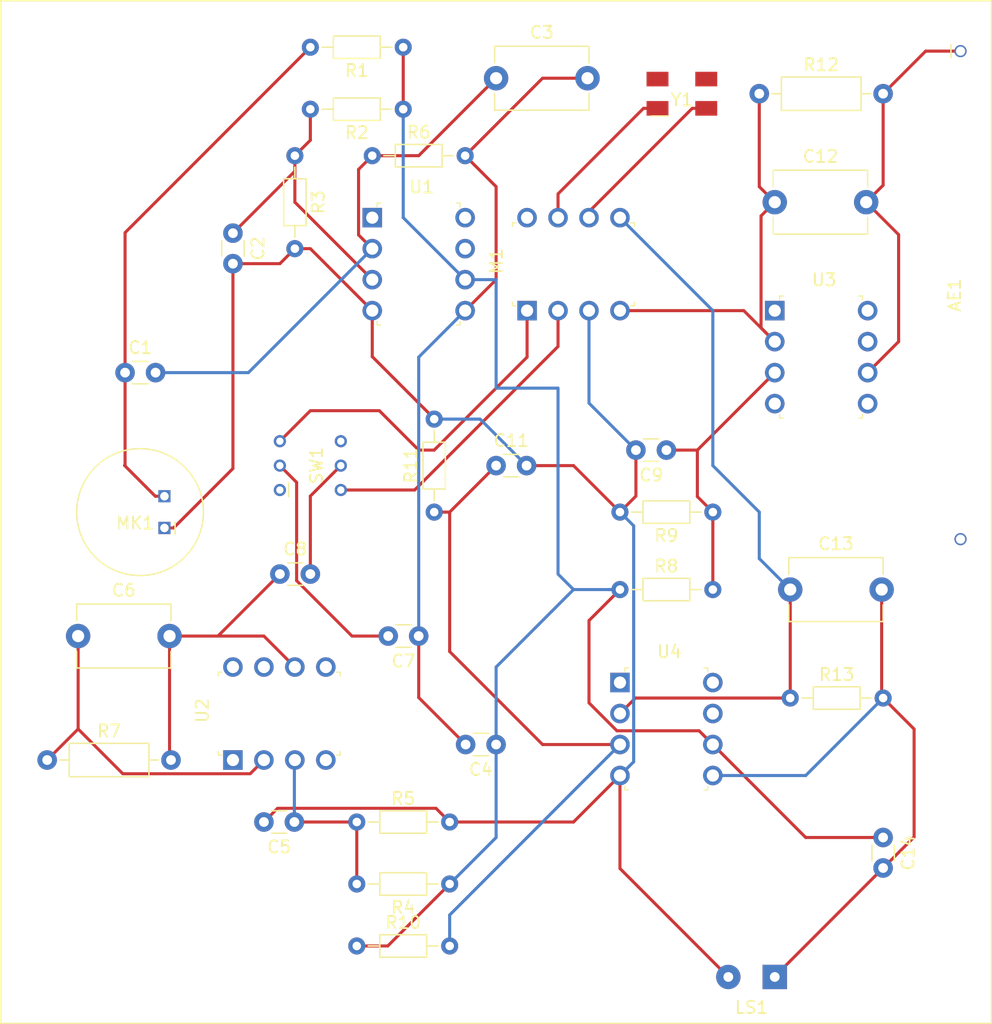
<source format=kicad_pcb>
(kicad_pcb (version 20171130) (host pcbnew "(5.1.5-0-10_14)")

  (general
    (thickness 1.6)
    (drawings 5)
    (tracks 166)
    (zones 0)
    (modules 36)
    (nets 22)
  )

  (page A4)
  (layers
    (0 F.Cu signal)
    (31 B.Cu signal)
    (32 B.Adhes user)
    (33 F.Adhes user)
    (34 B.Paste user)
    (35 F.Paste user)
    (36 B.SilkS user)
    (37 F.SilkS user)
    (38 B.Mask user)
    (39 F.Mask user)
    (40 Dwgs.User user)
    (41 Cmts.User user)
    (42 Eco1.User user)
    (43 Eco2.User user)
    (44 Edge.Cuts user)
    (45 Margin user)
    (46 B.CrtYd user)
    (47 F.CrtYd user)
    (48 B.Fab user)
    (49 F.Fab user)
  )

  (setup
    (last_trace_width 0.25)
    (trace_clearance 0.2)
    (zone_clearance 0.508)
    (zone_45_only no)
    (trace_min 0.2)
    (via_size 0.8)
    (via_drill 0.4)
    (via_min_size 0.4)
    (via_min_drill 0.3)
    (uvia_size 0.3)
    (uvia_drill 0.1)
    (uvias_allowed no)
    (uvia_min_size 0.2)
    (uvia_min_drill 0.1)
    (edge_width 0.05)
    (segment_width 0.2)
    (pcb_text_width 0.3)
    (pcb_text_size 1.5 1.5)
    (mod_edge_width 0.12)
    (mod_text_size 1 1)
    (mod_text_width 0.15)
    (pad_size 1.524 1.524)
    (pad_drill 0.762)
    (pad_to_mask_clearance 0.051)
    (solder_mask_min_width 0.25)
    (aux_axis_origin 0 0)
    (visible_elements FFFFFF7F)
    (pcbplotparams
      (layerselection 0x010fc_ffffffff)
      (usegerberextensions false)
      (usegerberattributes false)
      (usegerberadvancedattributes false)
      (creategerberjobfile false)
      (excludeedgelayer true)
      (linewidth 0.100000)
      (plotframeref false)
      (viasonmask false)
      (mode 1)
      (useauxorigin false)
      (hpglpennumber 1)
      (hpglpenspeed 20)
      (hpglpendiameter 15.000000)
      (psnegative false)
      (psa4output false)
      (plotreference true)
      (plotvalue true)
      (plotinvisibletext false)
      (padsonsilk false)
      (subtractmaskfromsilk false)
      (outputformat 1)
      (mirror false)
      (drillshape 1)
      (scaleselection 1)
      (outputdirectory ""))
  )

  (net 0 "")
  (net 1 "Net-(AE1-Pad1)")
  (net 2 "Net-(C1-Pad2)")
  (net 3 "Net-(C1-Pad1)")
  (net 4 GND)
  (net 5 "Net-(C2-Pad1)")
  (net 6 "Net-(C3-Pad2)")
  (net 7 VCC)
  (net 8 "Net-(C5-Pad1)")
  (net 9 "Net-(C6-Pad2)")
  (net 10 "Net-(C6-Pad1)")
  (net 11 "Net-(C7-Pad2)")
  (net 12 "Net-(C8-Pad2)")
  (net 13 "Net-(C9-Pad1)")
  (net 14 "Net-(C11-Pad1)")
  (net 15 "Net-(C12-Pad1)")
  (net 16 "Net-(C13-Pad2)")
  (net 17 "Net-(C13-Pad1)")
  (net 18 "Net-(M1-Pad7)")
  (net 19 "Net-(M1-Pad6)")
  (net 20 "Net-(M1-Pad2)")
  (net 21 "Net-(M1-Pad1)")

  (net_class Default "This is the default net class."
    (clearance 0.2)
    (trace_width 0.25)
    (via_dia 0.8)
    (via_drill 0.4)
    (uvia_dia 0.3)
    (uvia_drill 0.1)
    (add_net GND)
    (add_net "Net-(AE1-Pad1)")
    (add_net "Net-(C1-Pad1)")
    (add_net "Net-(C1-Pad2)")
    (add_net "Net-(C11-Pad1)")
    (add_net "Net-(C12-Pad1)")
    (add_net "Net-(C13-Pad1)")
    (add_net "Net-(C13-Pad2)")
    (add_net "Net-(C2-Pad1)")
    (add_net "Net-(C3-Pad2)")
    (add_net "Net-(C5-Pad1)")
    (add_net "Net-(C6-Pad1)")
    (add_net "Net-(C6-Pad2)")
    (add_net "Net-(C7-Pad2)")
    (add_net "Net-(C8-Pad2)")
    (add_net "Net-(C9-Pad1)")
    (add_net "Net-(M1-Pad1)")
    (add_net "Net-(M1-Pad2)")
    (add_net "Net-(M1-Pad6)")
    (add_net "Net-(M1-Pad7)")
    (add_net VCC)
  )

  (module HOPE_finalProj_lib:Crystal (layer F.Cu) (tedit 5E852980) (tstamp 5E85717E)
    (at 152.4 55.88)
    (path /5E8B1CF4)
    (fp_text reference Y1 (at 0 0.5) (layer F.SilkS)
      (effects (font (size 1 1) (thickness 0.15)))
    )
    (fp_text value Crystal (at 0 -0.5) (layer F.Fab)
      (effects (font (size 1 1) (thickness 0.15)))
    )
    (fp_line (start -2.4892 1.8288) (end -1.1176 1.8288) (layer F.SilkS) (width 0.12))
    (fp_line (start -2.5 -1.6) (end 2.5 -1.6) (layer F.CrtYd) (width 0.12))
    (fp_line (start 2.5 1.6) (end 2.5 -1.6) (layer F.CrtYd) (width 0.12))
    (fp_line (start -2.5 1.6) (end 2.5 1.6) (layer F.CrtYd) (width 0.12))
    (fp_line (start -2.5 -1.6) (end -2.5 1.6) (layer F.CrtYd) (width 0.12))
    (pad 1 smd rect (at -2 1.2 90) (size 1.2 1.8) (layers F.Cu F.Paste F.Mask)
      (net 18 "Net-(M1-Pad7)"))
    (pad 2 smd rect (at 2 1.2 90) (size 1.2 1.8) (layers F.Cu F.Paste F.Mask)
      (net 19 "Net-(M1-Pad6)"))
    (pad 3 smd rect (at 2 -1.2 90) (size 1.2 1.8) (layers F.Cu F.Paste F.Mask))
    (pad 4 smd rect (at -2 -1.2 90) (size 1.2 1.8) (layers F.Cu F.Paste F.Mask))
  )

  (module digikey-footprints:DIP-8_W7.62mm (layer F.Cu) (tedit 5B86B3A2) (tstamp 5E857171)
    (at 147.32 104.14)
    (descr http://media.digikey.com/pdf/Data%20Sheets/Lite-On%20PDFs/6N137%20Series.pdf)
    (path /5E93A4B5)
    (fp_text reference U4 (at 4.05 -2.52) (layer F.SilkS)
      (effects (font (size 1 1) (thickness 0.15)))
    )
    (fp_text value LM386N-3_NOPB (at 3.94 10.33) (layer F.Fab)
      (effects (font (size 1 1) (thickness 0.15)))
    )
    (fp_text user REF** (at 3.94 3.49) (layer F.Fab)
      (effects (font (size 1 1) (thickness 0.1)))
    )
    (fp_line (start 0.55 -1.04) (end 0.55 8.64) (layer F.Fab) (width 0.1))
    (fp_line (start 7.05 -1.04) (end 7.05 8.64) (layer F.Fab) (width 0.1))
    (fp_line (start 0.55 -1.04) (end 7.05 -1.04) (layer F.Fab) (width 0.1))
    (fp_line (start 0.55 8.64) (end 7.05 8.64) (layer F.Fab) (width 0.1))
    (fp_line (start 0.4 8.8) (end 0.7 8.8) (layer F.SilkS) (width 0.1))
    (fp_line (start 0.4 8.5) (end 0.4 8.8) (layer F.SilkS) (width 0.1))
    (fp_line (start 7.2 8.8) (end 6.9 8.8) (layer F.SilkS) (width 0.1))
    (fp_line (start 7.2 8.5) (end 7.2 8.8) (layer F.SilkS) (width 0.1))
    (fp_line (start 7.2 -1.2) (end 6.9 -1.2) (layer F.SilkS) (width 0.1))
    (fp_line (start 7.2 -0.9) (end 7.2 -1.2) (layer F.SilkS) (width 0.1))
    (fp_line (start 0.4 -1.2) (end 0.7 -1.2) (layer F.SilkS) (width 0.1))
    (fp_line (start 0.4 -0.9) (end 0.4 -1.2) (layer F.SilkS) (width 0.1))
    (fp_line (start -1.05 -1.29) (end 8.67 -1.29) (layer F.CrtYd) (width 0.1))
    (fp_line (start 8.67 -1.29) (end 8.67 8.89) (layer F.CrtYd) (width 0.1))
    (fp_line (start -1.05 -1.29) (end -1.05 8.89) (layer F.CrtYd) (width 0.1))
    (fp_line (start -1.05 8.89) (end 8.67 8.89) (layer F.CrtYd) (width 0.1))
    (pad 8 thru_hole circle (at 7.62 0) (size 1.6 1.6) (drill 1) (layers *.Cu *.Mask))
    (pad 7 thru_hole circle (at 7.62 2.54) (size 1.6 1.6) (drill 1) (layers *.Cu *.Mask))
    (pad 6 thru_hole circle (at 7.62 5.08) (size 1.6 1.6) (drill 1) (layers *.Cu *.Mask)
      (net 7 VCC))
    (pad 5 thru_hole circle (at 7.62 7.62) (size 1.6 1.6) (drill 1) (layers *.Cu *.Mask)
      (net 16 "Net-(C13-Pad2)"))
    (pad 4 thru_hole circle (at 0 7.62) (size 1.6 1.6) (drill 1) (layers *.Cu *.Mask)
      (net 4 GND))
    (pad 3 thru_hole circle (at 0 5.08) (size 1.6 1.6) (drill 1) (layers *.Cu *.Mask)
      (net 14 "Net-(C11-Pad1)"))
    (pad 2 thru_hole circle (at 0 2.54) (size 1.6 1.6) (drill 1) (layers *.Cu *.Mask)
      (net 17 "Net-(C13-Pad1)"))
    (pad 1 thru_hole rect (at 0 0) (size 1.6 1.6) (drill 1) (layers *.Cu *.Mask))
    (model ${KISYS3DMOD}/Housings_DIP.3dshapes/DIP-8_W7.62mm.wrl
      (at (xyz 0 0 0))
      (scale (xyz 1 1 1))
      (rotate (xyz 0 0 0))
    )
  )

  (module digikey-footprints:DIP-8_W7.62mm (layer F.Cu) (tedit 5B86B3A2) (tstamp 5E857154)
    (at 160.02 73.66)
    (descr http://media.digikey.com/pdf/Data%20Sheets/Lite-On%20PDFs/6N137%20Series.pdf)
    (path /5E8CA934)
    (fp_text reference U3 (at 4.05 -2.52) (layer F.SilkS)
      (effects (font (size 1 1) (thickness 0.15)))
    )
    (fp_text value NE5534 (at 3.94 10.33) (layer F.Fab)
      (effects (font (size 1 1) (thickness 0.15)))
    )
    (fp_text user REF** (at 3.94 3.49) (layer F.Fab)
      (effects (font (size 1 1) (thickness 0.1)))
    )
    (fp_line (start 0.55 -1.04) (end 0.55 8.64) (layer F.Fab) (width 0.1))
    (fp_line (start 7.05 -1.04) (end 7.05 8.64) (layer F.Fab) (width 0.1))
    (fp_line (start 0.55 -1.04) (end 7.05 -1.04) (layer F.Fab) (width 0.1))
    (fp_line (start 0.55 8.64) (end 7.05 8.64) (layer F.Fab) (width 0.1))
    (fp_line (start 0.4 8.8) (end 0.7 8.8) (layer F.SilkS) (width 0.1))
    (fp_line (start 0.4 8.5) (end 0.4 8.8) (layer F.SilkS) (width 0.1))
    (fp_line (start 7.2 8.8) (end 6.9 8.8) (layer F.SilkS) (width 0.1))
    (fp_line (start 7.2 8.5) (end 7.2 8.8) (layer F.SilkS) (width 0.1))
    (fp_line (start 7.2 -1.2) (end 6.9 -1.2) (layer F.SilkS) (width 0.1))
    (fp_line (start 7.2 -0.9) (end 7.2 -1.2) (layer F.SilkS) (width 0.1))
    (fp_line (start 0.4 -1.2) (end 0.7 -1.2) (layer F.SilkS) (width 0.1))
    (fp_line (start 0.4 -0.9) (end 0.4 -1.2) (layer F.SilkS) (width 0.1))
    (fp_line (start -1.05 -1.29) (end 8.67 -1.29) (layer F.CrtYd) (width 0.1))
    (fp_line (start 8.67 -1.29) (end 8.67 8.89) (layer F.CrtYd) (width 0.1))
    (fp_line (start -1.05 -1.29) (end -1.05 8.89) (layer F.CrtYd) (width 0.1))
    (fp_line (start -1.05 8.89) (end 8.67 8.89) (layer F.CrtYd) (width 0.1))
    (pad 8 thru_hole circle (at 7.62 0) (size 1.6 1.6) (drill 1) (layers *.Cu *.Mask))
    (pad 7 thru_hole circle (at 7.62 2.54) (size 1.6 1.6) (drill 1) (layers *.Cu *.Mask))
    (pad 6 thru_hole circle (at 7.62 5.08) (size 1.6 1.6) (drill 1) (layers *.Cu *.Mask)
      (net 1 "Net-(AE1-Pad1)"))
    (pad 5 thru_hole circle (at 7.62 7.62) (size 1.6 1.6) (drill 1) (layers *.Cu *.Mask))
    (pad 4 thru_hole circle (at 0 7.62) (size 1.6 1.6) (drill 1) (layers *.Cu *.Mask))
    (pad 3 thru_hole circle (at 0 5.08) (size 1.6 1.6) (drill 1) (layers *.Cu *.Mask)
      (net 13 "Net-(C9-Pad1)"))
    (pad 2 thru_hole circle (at 0 2.54) (size 1.6 1.6) (drill 1) (layers *.Cu *.Mask)
      (net 15 "Net-(C12-Pad1)"))
    (pad 1 thru_hole rect (at 0 0) (size 1.6 1.6) (drill 1) (layers *.Cu *.Mask))
    (model ${KISYS3DMOD}/Housings_DIP.3dshapes/DIP-8_W7.62mm.wrl
      (at (xyz 0 0 0))
      (scale (xyz 1 1 1))
      (rotate (xyz 0 0 0))
    )
  )

  (module digikey-footprints:DIP-8_W7.62mm (layer F.Cu) (tedit 5B86B3A2) (tstamp 5E857137)
    (at 115.57 110.49 90)
    (descr http://media.digikey.com/pdf/Data%20Sheets/Lite-On%20PDFs/6N137%20Series.pdf)
    (path /5E8486A2)
    (fp_text reference U2 (at 4.05 -2.52 90) (layer F.SilkS)
      (effects (font (size 1 1) (thickness 0.15)))
    )
    (fp_text value NE5534 (at 3.94 10.33 90) (layer F.Fab)
      (effects (font (size 1 1) (thickness 0.15)))
    )
    (fp_text user REF** (at 1.8302 4.730999 90) (layer F.Fab)
      (effects (font (size 1 1) (thickness 0.1)))
    )
    (fp_line (start 0.55 -1.04) (end 0.55 8.64) (layer F.Fab) (width 0.1))
    (fp_line (start 7.05 -1.04) (end 7.05 8.64) (layer F.Fab) (width 0.1))
    (fp_line (start 0.55 -1.04) (end 7.05 -1.04) (layer F.Fab) (width 0.1))
    (fp_line (start 0.55 8.64) (end 7.05 8.64) (layer F.Fab) (width 0.1))
    (fp_line (start 0.4 8.8) (end 0.7 8.8) (layer F.SilkS) (width 0.1))
    (fp_line (start 0.4 8.5) (end 0.4 8.8) (layer F.SilkS) (width 0.1))
    (fp_line (start 7.2 8.8) (end 6.9 8.8) (layer F.SilkS) (width 0.1))
    (fp_line (start 7.2 8.5) (end 7.2 8.8) (layer F.SilkS) (width 0.1))
    (fp_line (start 7.2 -1.2) (end 6.9 -1.2) (layer F.SilkS) (width 0.1))
    (fp_line (start 7.2 -0.9) (end 7.2 -1.2) (layer F.SilkS) (width 0.1))
    (fp_line (start 0.4 -1.2) (end 0.7 -1.2) (layer F.SilkS) (width 0.1))
    (fp_line (start 0.4 -0.9) (end 0.4 -1.2) (layer F.SilkS) (width 0.1))
    (fp_line (start -1.05 -1.29) (end 8.67 -1.29) (layer F.CrtYd) (width 0.1))
    (fp_line (start 8.67 -1.29) (end 8.67 8.89) (layer F.CrtYd) (width 0.1))
    (fp_line (start -1.05 -1.29) (end -1.05 8.89) (layer F.CrtYd) (width 0.1))
    (fp_line (start -1.05 8.89) (end 8.67 8.89) (layer F.CrtYd) (width 0.1))
    (pad 8 thru_hole circle (at 7.62 0 90) (size 1.6 1.6) (drill 1) (layers *.Cu *.Mask))
    (pad 7 thru_hole circle (at 7.62 2.54 90) (size 1.6 1.6) (drill 1) (layers *.Cu *.Mask))
    (pad 6 thru_hole circle (at 7.62 5.08 90) (size 1.6 1.6) (drill 1) (layers *.Cu *.Mask)
      (net 9 "Net-(C6-Pad2)"))
    (pad 5 thru_hole circle (at 7.62 7.62 90) (size 1.6 1.6) (drill 1) (layers *.Cu *.Mask))
    (pad 4 thru_hole circle (at 0 7.62 90) (size 1.6 1.6) (drill 1) (layers *.Cu *.Mask))
    (pad 3 thru_hole circle (at 0 5.08 90) (size 1.6 1.6) (drill 1) (layers *.Cu *.Mask)
      (net 8 "Net-(C5-Pad1)"))
    (pad 2 thru_hole circle (at 0 2.54 90) (size 1.6 1.6) (drill 1) (layers *.Cu *.Mask)
      (net 10 "Net-(C6-Pad1)"))
    (pad 1 thru_hole rect (at 0 0 90) (size 1.6 1.6) (drill 1) (layers *.Cu *.Mask))
    (model ${KISYS3DMOD}/Housings_DIP.3dshapes/DIP-8_W7.62mm.wrl
      (at (xyz 0 0 0))
      (scale (xyz 1 1 1))
      (rotate (xyz 0 0 0))
    )
  )

  (module digikey-footprints:DIP-8_W7.62mm (layer F.Cu) (tedit 5B86B3A2) (tstamp 5E85711A)
    (at 127 66.04)
    (descr http://media.digikey.com/pdf/Data%20Sheets/Lite-On%20PDFs/6N137%20Series.pdf)
    (path /5E87683C)
    (fp_text reference U1 (at 4.05 -2.52) (layer F.SilkS)
      (effects (font (size 1 1) (thickness 0.15)))
    )
    (fp_text value LM386N-3_NOPB (at 3.94 10.33) (layer F.Fab)
      (effects (font (size 1 1) (thickness 0.15)))
    )
    (fp_text user REF** (at 3.94 3.49) (layer F.Fab)
      (effects (font (size 1 1) (thickness 0.1)))
    )
    (fp_line (start 0.55 -1.04) (end 0.55 8.64) (layer F.Fab) (width 0.1))
    (fp_line (start 7.05 -1.04) (end 7.05 8.64) (layer F.Fab) (width 0.1))
    (fp_line (start 0.55 -1.04) (end 7.05 -1.04) (layer F.Fab) (width 0.1))
    (fp_line (start 0.55 8.64) (end 7.05 8.64) (layer F.Fab) (width 0.1))
    (fp_line (start 0.4 8.8) (end 0.7 8.8) (layer F.SilkS) (width 0.1))
    (fp_line (start 0.4 8.5) (end 0.4 8.8) (layer F.SilkS) (width 0.1))
    (fp_line (start 7.2 8.8) (end 6.9 8.8) (layer F.SilkS) (width 0.1))
    (fp_line (start 7.2 8.5) (end 7.2 8.8) (layer F.SilkS) (width 0.1))
    (fp_line (start 7.2 -1.2) (end 6.9 -1.2) (layer F.SilkS) (width 0.1))
    (fp_line (start 7.2 -0.9) (end 7.2 -1.2) (layer F.SilkS) (width 0.1))
    (fp_line (start 0.4 -1.2) (end 0.7 -1.2) (layer F.SilkS) (width 0.1))
    (fp_line (start 0.4 -0.9) (end 0.4 -1.2) (layer F.SilkS) (width 0.1))
    (fp_line (start -1.05 -1.29) (end 8.67 -1.29) (layer F.CrtYd) (width 0.1))
    (fp_line (start 8.67 -1.29) (end 8.67 8.89) (layer F.CrtYd) (width 0.1))
    (fp_line (start -1.05 -1.29) (end -1.05 8.89) (layer F.CrtYd) (width 0.1))
    (fp_line (start -1.05 8.89) (end 8.67 8.89) (layer F.CrtYd) (width 0.1))
    (pad 8 thru_hole circle (at 7.62 0) (size 1.6 1.6) (drill 1) (layers *.Cu *.Mask))
    (pad 7 thru_hole circle (at 7.62 2.54) (size 1.6 1.6) (drill 1) (layers *.Cu *.Mask))
    (pad 6 thru_hole circle (at 7.62 5.08) (size 1.6 1.6) (drill 1) (layers *.Cu *.Mask)
      (net 7 VCC))
    (pad 5 thru_hole circle (at 7.62 7.62) (size 1.6 1.6) (drill 1) (layers *.Cu *.Mask)
      (net 6 "Net-(C3-Pad2)"))
    (pad 4 thru_hole circle (at 0 7.62) (size 1.6 1.6) (drill 1) (layers *.Cu *.Mask)
      (net 4 GND))
    (pad 3 thru_hole circle (at 0 5.08) (size 1.6 1.6) (drill 1) (layers *.Cu *.Mask)
      (net 5 "Net-(C2-Pad1)"))
    (pad 2 thru_hole circle (at 0 2.54) (size 1.6 1.6) (drill 1) (layers *.Cu *.Mask)
      (net 2 "Net-(C1-Pad2)"))
    (pad 1 thru_hole rect (at 0 0) (size 1.6 1.6) (drill 1) (layers *.Cu *.Mask))
    (model ${KISYS3DMOD}/Housings_DIP.3dshapes/DIP-8_W7.62mm.wrl
      (at (xyz 0 0 0))
      (scale (xyz 1 1 1))
      (rotate (xyz 0 0 0))
    )
  )

  (module HOPE_finalProj_lib:DPDT_Switch (layer F.Cu) (tedit 5E852C34) (tstamp 5E8570FD)
    (at 121.92 86.36 90)
    (path /5E8985AE)
    (fp_text reference SW1 (at 0 0.5 90) (layer F.SilkS)
      (effects (font (size 1 1) (thickness 0.15)))
    )
    (fp_text value SW_Push_DPDT (at 0 -0.5 90) (layer F.Fab)
      (effects (font (size 1 1) (thickness 0.15)))
    )
    (fp_line (start -2.54 -1.778) (end -1.4224 -1.778) (layer F.SilkS) (width 0.12))
    (fp_line (start -3.5 3.5) (end -3.5 -3.5) (layer F.CrtYd) (width 0.12))
    (fp_line (start -3.5 3.5) (end 3.5 3.5) (layer F.CrtYd) (width 0.12))
    (fp_line (start 3.5 -3.5) (end 3.5 3.5) (layer F.CrtYd) (width 0.12))
    (fp_line (start -3.5 -3.5) (end 3.5 -3.5) (layer F.CrtYd) (width 0.12))
    (pad 6 thru_hole circle (at 2 2.5 90) (size 1 1) (drill 0.6) (layers *.Cu *.Mask))
    (pad 5 thru_hole circle (at 0 2.5 90) (size 1 1) (drill 0.6) (layers *.Cu *.Mask)
      (net 12 "Net-(C8-Pad2)"))
    (pad 4 thru_hole circle (at -2 2.5 90) (size 1 1) (drill 0.6) (layers *.Cu *.Mask)
      (net 20 "Net-(M1-Pad2)"))
    (pad 3 thru_hole circle (at 2 -2.5 90) (size 1 1) (drill 0.6) (layers *.Cu *.Mask)
      (net 21 "Net-(M1-Pad1)"))
    (pad 2 thru_hole circle (at 0 -2.5 90) (size 1 1) (drill 0.6) (layers *.Cu *.Mask)
      (net 11 "Net-(C7-Pad2)"))
    (pad 1 thru_hole circle (at -2 -2.5 90) (size 1 1) (drill 0.6) (layers *.Cu *.Mask))
  )

  (module Resistor_THT:R_Axial_DIN0204_L3.6mm_D1.6mm_P7.62mm_Horizontal (layer F.Cu) (tedit 5AE5139B) (tstamp 5E8570EE)
    (at 161.29 105.41)
    (descr "Resistor, Axial_DIN0204 series, Axial, Horizontal, pin pitch=7.62mm, 0.167W, length*diameter=3.6*1.6mm^2, http://cdn-reichelt.de/documents/datenblatt/B400/1_4W%23YAG.pdf")
    (tags "Resistor Axial_DIN0204 series Axial Horizontal pin pitch 7.62mm 0.167W length 3.6mm diameter 1.6mm")
    (path /5E93A4A5)
    (fp_text reference R13 (at 3.81 -1.92) (layer F.SilkS)
      (effects (font (size 1 1) (thickness 0.15)))
    )
    (fp_text value 75k (at 3.81 1.92) (layer F.Fab)
      (effects (font (size 1 1) (thickness 0.15)))
    )
    (fp_text user %R (at 3.81 0) (layer F.Fab)
      (effects (font (size 0.72 0.72) (thickness 0.108)))
    )
    (fp_line (start 8.57 -1.05) (end -0.95 -1.05) (layer F.CrtYd) (width 0.05))
    (fp_line (start 8.57 1.05) (end 8.57 -1.05) (layer F.CrtYd) (width 0.05))
    (fp_line (start -0.95 1.05) (end 8.57 1.05) (layer F.CrtYd) (width 0.05))
    (fp_line (start -0.95 -1.05) (end -0.95 1.05) (layer F.CrtYd) (width 0.05))
    (fp_line (start 6.68 0) (end 5.73 0) (layer F.SilkS) (width 0.12))
    (fp_line (start 0.94 0) (end 1.89 0) (layer F.SilkS) (width 0.12))
    (fp_line (start 5.73 -0.92) (end 1.89 -0.92) (layer F.SilkS) (width 0.12))
    (fp_line (start 5.73 0.92) (end 5.73 -0.92) (layer F.SilkS) (width 0.12))
    (fp_line (start 1.89 0.92) (end 5.73 0.92) (layer F.SilkS) (width 0.12))
    (fp_line (start 1.89 -0.92) (end 1.89 0.92) (layer F.SilkS) (width 0.12))
    (fp_line (start 7.62 0) (end 5.61 0) (layer F.Fab) (width 0.1))
    (fp_line (start 0 0) (end 2.01 0) (layer F.Fab) (width 0.1))
    (fp_line (start 5.61 -0.8) (end 2.01 -0.8) (layer F.Fab) (width 0.1))
    (fp_line (start 5.61 0.8) (end 5.61 -0.8) (layer F.Fab) (width 0.1))
    (fp_line (start 2.01 0.8) (end 5.61 0.8) (layer F.Fab) (width 0.1))
    (fp_line (start 2.01 -0.8) (end 2.01 0.8) (layer F.Fab) (width 0.1))
    (pad 2 thru_hole oval (at 7.62 0) (size 1.4 1.4) (drill 0.7) (layers *.Cu *.Mask)
      (net 16 "Net-(C13-Pad2)"))
    (pad 1 thru_hole circle (at 0 0) (size 1.4 1.4) (drill 0.7) (layers *.Cu *.Mask)
      (net 17 "Net-(C13-Pad1)"))
    (model ${KISYS3DMOD}/Resistor_THT.3dshapes/R_Axial_DIN0204_L3.6mm_D1.6mm_P7.62mm_Horizontal.wrl
      (at (xyz 0 0 0))
      (scale (xyz 1 1 1))
      (rotate (xyz 0 0 0))
    )
  )

  (module Resistor_THT:R_Axial_DIN0207_L6.3mm_D2.5mm_P10.16mm_Horizontal (layer F.Cu) (tedit 5AE5139B) (tstamp 5E8570D7)
    (at 158.75 55.88)
    (descr "Resistor, Axial_DIN0207 series, Axial, Horizontal, pin pitch=10.16mm, 0.25W = 1/4W, length*diameter=6.3*2.5mm^2, http://cdn-reichelt.de/documents/datenblatt/B400/1_4W%23YAG.pdf")
    (tags "Resistor Axial_DIN0207 series Axial Horizontal pin pitch 10.16mm 0.25W = 1/4W length 6.3mm diameter 2.5mm")
    (path /5E8CFB1B)
    (fp_text reference R12 (at 5.08 -2.37) (layer F.SilkS)
      (effects (font (size 1 1) (thickness 0.15)))
    )
    (fp_text value 50k (at 5.08 2.37) (layer F.Fab)
      (effects (font (size 1 1) (thickness 0.15)))
    )
    (fp_text user %R (at 5.08 0) (layer F.Fab)
      (effects (font (size 1 1) (thickness 0.15)))
    )
    (fp_line (start 11.21 -1.5) (end -1.05 -1.5) (layer F.CrtYd) (width 0.05))
    (fp_line (start 11.21 1.5) (end 11.21 -1.5) (layer F.CrtYd) (width 0.05))
    (fp_line (start -1.05 1.5) (end 11.21 1.5) (layer F.CrtYd) (width 0.05))
    (fp_line (start -1.05 -1.5) (end -1.05 1.5) (layer F.CrtYd) (width 0.05))
    (fp_line (start 9.12 0) (end 8.35 0) (layer F.SilkS) (width 0.12))
    (fp_line (start 1.04 0) (end 1.81 0) (layer F.SilkS) (width 0.12))
    (fp_line (start 8.35 -1.37) (end 1.81 -1.37) (layer F.SilkS) (width 0.12))
    (fp_line (start 8.35 1.37) (end 8.35 -1.37) (layer F.SilkS) (width 0.12))
    (fp_line (start 1.81 1.37) (end 8.35 1.37) (layer F.SilkS) (width 0.12))
    (fp_line (start 1.81 -1.37) (end 1.81 1.37) (layer F.SilkS) (width 0.12))
    (fp_line (start 10.16 0) (end 8.23 0) (layer F.Fab) (width 0.1))
    (fp_line (start 0 0) (end 1.93 0) (layer F.Fab) (width 0.1))
    (fp_line (start 8.23 -1.25) (end 1.93 -1.25) (layer F.Fab) (width 0.1))
    (fp_line (start 8.23 1.25) (end 8.23 -1.25) (layer F.Fab) (width 0.1))
    (fp_line (start 1.93 1.25) (end 8.23 1.25) (layer F.Fab) (width 0.1))
    (fp_line (start 1.93 -1.25) (end 1.93 1.25) (layer F.Fab) (width 0.1))
    (pad 2 thru_hole oval (at 10.16 0) (size 1.6 1.6) (drill 0.8) (layers *.Cu *.Mask)
      (net 1 "Net-(AE1-Pad1)"))
    (pad 1 thru_hole circle (at 0 0) (size 1.6 1.6) (drill 0.8) (layers *.Cu *.Mask)
      (net 15 "Net-(C12-Pad1)"))
    (model ${KISYS3DMOD}/Resistor_THT.3dshapes/R_Axial_DIN0207_L6.3mm_D2.5mm_P10.16mm_Horizontal.wrl
      (at (xyz 0 0 0))
      (scale (xyz 1 1 1))
      (rotate (xyz 0 0 0))
    )
  )

  (module Resistor_THT:R_Axial_DIN0204_L3.6mm_D1.6mm_P7.62mm_Horizontal (layer F.Cu) (tedit 5AE5139B) (tstamp 5E8570C0)
    (at 132.08 90.17 90)
    (descr "Resistor, Axial_DIN0204 series, Axial, Horizontal, pin pitch=7.62mm, 0.167W, length*diameter=3.6*1.6mm^2, http://cdn-reichelt.de/documents/datenblatt/B400/1_4W%23YAG.pdf")
    (tags "Resistor Axial_DIN0204 series Axial Horizontal pin pitch 7.62mm 0.167W length 3.6mm diameter 1.6mm")
    (path /5E9478FA)
    (fp_text reference R11 (at 3.81 -1.92 90) (layer F.SilkS)
      (effects (font (size 1 1) (thickness 0.15)))
    )
    (fp_text value 100k (at 3.81 1.92 90) (layer F.Fab)
      (effects (font (size 1 1) (thickness 0.15)))
    )
    (fp_text user %R (at 3.81 0 90) (layer F.Fab)
      (effects (font (size 0.72 0.72) (thickness 0.108)))
    )
    (fp_line (start 8.57 -1.05) (end -0.95 -1.05) (layer F.CrtYd) (width 0.05))
    (fp_line (start 8.57 1.05) (end 8.57 -1.05) (layer F.CrtYd) (width 0.05))
    (fp_line (start -0.95 1.05) (end 8.57 1.05) (layer F.CrtYd) (width 0.05))
    (fp_line (start -0.95 -1.05) (end -0.95 1.05) (layer F.CrtYd) (width 0.05))
    (fp_line (start 6.68 0) (end 5.73 0) (layer F.SilkS) (width 0.12))
    (fp_line (start 0.94 0) (end 1.89 0) (layer F.SilkS) (width 0.12))
    (fp_line (start 5.73 -0.92) (end 1.89 -0.92) (layer F.SilkS) (width 0.12))
    (fp_line (start 5.73 0.92) (end 5.73 -0.92) (layer F.SilkS) (width 0.12))
    (fp_line (start 1.89 0.92) (end 5.73 0.92) (layer F.SilkS) (width 0.12))
    (fp_line (start 1.89 -0.92) (end 1.89 0.92) (layer F.SilkS) (width 0.12))
    (fp_line (start 7.62 0) (end 5.61 0) (layer F.Fab) (width 0.1))
    (fp_line (start 0 0) (end 2.01 0) (layer F.Fab) (width 0.1))
    (fp_line (start 5.61 -0.8) (end 2.01 -0.8) (layer F.Fab) (width 0.1))
    (fp_line (start 5.61 0.8) (end 5.61 -0.8) (layer F.Fab) (width 0.1))
    (fp_line (start 2.01 0.8) (end 5.61 0.8) (layer F.Fab) (width 0.1))
    (fp_line (start 2.01 -0.8) (end 2.01 0.8) (layer F.Fab) (width 0.1))
    (pad 2 thru_hole oval (at 7.62 0 90) (size 1.4 1.4) (drill 0.7) (layers *.Cu *.Mask)
      (net 4 GND))
    (pad 1 thru_hole circle (at 0 0 90) (size 1.4 1.4) (drill 0.7) (layers *.Cu *.Mask)
      (net 14 "Net-(C11-Pad1)"))
    (model ${KISYS3DMOD}/Resistor_THT.3dshapes/R_Axial_DIN0204_L3.6mm_D1.6mm_P7.62mm_Horizontal.wrl
      (at (xyz 0 0 0))
      (scale (xyz 1 1 1))
      (rotate (xyz 0 0 0))
    )
  )

  (module Resistor_THT:R_Axial_DIN0204_L3.6mm_D1.6mm_P7.62mm_Horizontal (layer F.Cu) (tedit 5AE5139B) (tstamp 5E8570A9)
    (at 125.73 125.73)
    (descr "Resistor, Axial_DIN0204 series, Axial, Horizontal, pin pitch=7.62mm, 0.167W, length*diameter=3.6*1.6mm^2, http://cdn-reichelt.de/documents/datenblatt/B400/1_4W%23YAG.pdf")
    (tags "Resistor Axial_DIN0204 series Axial Horizontal pin pitch 7.62mm 0.167W length 3.6mm diameter 1.6mm")
    (path /5E9478F4)
    (fp_text reference R10 (at 3.81 -1.92) (layer F.SilkS)
      (effects (font (size 1 1) (thickness 0.15)))
    )
    (fp_text value 100k (at 3.81 1.92) (layer F.Fab)
      (effects (font (size 1 1) (thickness 0.15)))
    )
    (fp_text user %R (at 3.81 0) (layer F.Fab)
      (effects (font (size 0.72 0.72) (thickness 0.108)))
    )
    (fp_line (start 8.57 -1.05) (end -0.95 -1.05) (layer F.CrtYd) (width 0.05))
    (fp_line (start 8.57 1.05) (end 8.57 -1.05) (layer F.CrtYd) (width 0.05))
    (fp_line (start -0.95 1.05) (end 8.57 1.05) (layer F.CrtYd) (width 0.05))
    (fp_line (start -0.95 -1.05) (end -0.95 1.05) (layer F.CrtYd) (width 0.05))
    (fp_line (start 6.68 0) (end 5.73 0) (layer F.SilkS) (width 0.12))
    (fp_line (start 0.94 0) (end 1.89 0) (layer F.SilkS) (width 0.12))
    (fp_line (start 5.73 -0.92) (end 1.89 -0.92) (layer F.SilkS) (width 0.12))
    (fp_line (start 5.73 0.92) (end 5.73 -0.92) (layer F.SilkS) (width 0.12))
    (fp_line (start 1.89 0.92) (end 5.73 0.92) (layer F.SilkS) (width 0.12))
    (fp_line (start 1.89 -0.92) (end 1.89 0.92) (layer F.SilkS) (width 0.12))
    (fp_line (start 7.62 0) (end 5.61 0) (layer F.Fab) (width 0.1))
    (fp_line (start 0 0) (end 2.01 0) (layer F.Fab) (width 0.1))
    (fp_line (start 5.61 -0.8) (end 2.01 -0.8) (layer F.Fab) (width 0.1))
    (fp_line (start 5.61 0.8) (end 5.61 -0.8) (layer F.Fab) (width 0.1))
    (fp_line (start 2.01 0.8) (end 5.61 0.8) (layer F.Fab) (width 0.1))
    (fp_line (start 2.01 -0.8) (end 2.01 0.8) (layer F.Fab) (width 0.1))
    (pad 2 thru_hole oval (at 7.62 0) (size 1.4 1.4) (drill 0.7) (layers *.Cu *.Mask)
      (net 14 "Net-(C11-Pad1)"))
    (pad 1 thru_hole circle (at 0 0) (size 1.4 1.4) (drill 0.7) (layers *.Cu *.Mask)
      (net 7 VCC))
    (model ${KISYS3DMOD}/Resistor_THT.3dshapes/R_Axial_DIN0204_L3.6mm_D1.6mm_P7.62mm_Horizontal.wrl
      (at (xyz 0 0 0))
      (scale (xyz 1 1 1))
      (rotate (xyz 0 0 0))
    )
  )

  (module Resistor_THT:R_Axial_DIN0204_L3.6mm_D1.6mm_P7.62mm_Horizontal (layer F.Cu) (tedit 5AE5139B) (tstamp 5E857092)
    (at 154.94 90.17 180)
    (descr "Resistor, Axial_DIN0204 series, Axial, Horizontal, pin pitch=7.62mm, 0.167W, length*diameter=3.6*1.6mm^2, http://cdn-reichelt.de/documents/datenblatt/B400/1_4W%23YAG.pdf")
    (tags "Resistor Axial_DIN0204 series Axial Horizontal pin pitch 7.62mm 0.167W length 3.6mm diameter 1.6mm")
    (path /5E8CA940)
    (fp_text reference R9 (at 3.81 -1.92) (layer F.SilkS)
      (effects (font (size 1 1) (thickness 0.15)))
    )
    (fp_text value 100k (at 3.81 1.92) (layer F.Fab)
      (effects (font (size 1 1) (thickness 0.15)))
    )
    (fp_text user %R (at 3.81 0) (layer F.Fab)
      (effects (font (size 0.72 0.72) (thickness 0.108)))
    )
    (fp_line (start 8.57 -1.05) (end -0.95 -1.05) (layer F.CrtYd) (width 0.05))
    (fp_line (start 8.57 1.05) (end 8.57 -1.05) (layer F.CrtYd) (width 0.05))
    (fp_line (start -0.95 1.05) (end 8.57 1.05) (layer F.CrtYd) (width 0.05))
    (fp_line (start -0.95 -1.05) (end -0.95 1.05) (layer F.CrtYd) (width 0.05))
    (fp_line (start 6.68 0) (end 5.73 0) (layer F.SilkS) (width 0.12))
    (fp_line (start 0.94 0) (end 1.89 0) (layer F.SilkS) (width 0.12))
    (fp_line (start 5.73 -0.92) (end 1.89 -0.92) (layer F.SilkS) (width 0.12))
    (fp_line (start 5.73 0.92) (end 5.73 -0.92) (layer F.SilkS) (width 0.12))
    (fp_line (start 1.89 0.92) (end 5.73 0.92) (layer F.SilkS) (width 0.12))
    (fp_line (start 1.89 -0.92) (end 1.89 0.92) (layer F.SilkS) (width 0.12))
    (fp_line (start 7.62 0) (end 5.61 0) (layer F.Fab) (width 0.1))
    (fp_line (start 0 0) (end 2.01 0) (layer F.Fab) (width 0.1))
    (fp_line (start 5.61 -0.8) (end 2.01 -0.8) (layer F.Fab) (width 0.1))
    (fp_line (start 5.61 0.8) (end 5.61 -0.8) (layer F.Fab) (width 0.1))
    (fp_line (start 2.01 0.8) (end 5.61 0.8) (layer F.Fab) (width 0.1))
    (fp_line (start 2.01 -0.8) (end 2.01 0.8) (layer F.Fab) (width 0.1))
    (pad 2 thru_hole oval (at 7.62 0 180) (size 1.4 1.4) (drill 0.7) (layers *.Cu *.Mask)
      (net 4 GND))
    (pad 1 thru_hole circle (at 0 0 180) (size 1.4 1.4) (drill 0.7) (layers *.Cu *.Mask)
      (net 13 "Net-(C9-Pad1)"))
    (model ${KISYS3DMOD}/Resistor_THT.3dshapes/R_Axial_DIN0204_L3.6mm_D1.6mm_P7.62mm_Horizontal.wrl
      (at (xyz 0 0 0))
      (scale (xyz 1 1 1))
      (rotate (xyz 0 0 0))
    )
  )

  (module Resistor_THT:R_Axial_DIN0204_L3.6mm_D1.6mm_P7.62mm_Horizontal (layer F.Cu) (tedit 5AE5139B) (tstamp 5E85707B)
    (at 147.32 96.52)
    (descr "Resistor, Axial_DIN0204 series, Axial, Horizontal, pin pitch=7.62mm, 0.167W, length*diameter=3.6*1.6mm^2, http://cdn-reichelt.de/documents/datenblatt/B400/1_4W%23YAG.pdf")
    (tags "Resistor Axial_DIN0204 series Axial Horizontal pin pitch 7.62mm 0.167W length 3.6mm diameter 1.6mm")
    (path /5E8CA93A)
    (fp_text reference R8 (at 3.81 -1.92) (layer F.SilkS)
      (effects (font (size 1 1) (thickness 0.15)))
    )
    (fp_text value 100k (at 3.81 1.92) (layer F.Fab)
      (effects (font (size 1 1) (thickness 0.15)))
    )
    (fp_text user %R (at 3.81 0) (layer F.Fab)
      (effects (font (size 0.72 0.72) (thickness 0.108)))
    )
    (fp_line (start 8.57 -1.05) (end -0.95 -1.05) (layer F.CrtYd) (width 0.05))
    (fp_line (start 8.57 1.05) (end 8.57 -1.05) (layer F.CrtYd) (width 0.05))
    (fp_line (start -0.95 1.05) (end 8.57 1.05) (layer F.CrtYd) (width 0.05))
    (fp_line (start -0.95 -1.05) (end -0.95 1.05) (layer F.CrtYd) (width 0.05))
    (fp_line (start 6.68 0) (end 5.73 0) (layer F.SilkS) (width 0.12))
    (fp_line (start 0.94 0) (end 1.89 0) (layer F.SilkS) (width 0.12))
    (fp_line (start 5.73 -0.92) (end 1.89 -0.92) (layer F.SilkS) (width 0.12))
    (fp_line (start 5.73 0.92) (end 5.73 -0.92) (layer F.SilkS) (width 0.12))
    (fp_line (start 1.89 0.92) (end 5.73 0.92) (layer F.SilkS) (width 0.12))
    (fp_line (start 1.89 -0.92) (end 1.89 0.92) (layer F.SilkS) (width 0.12))
    (fp_line (start 7.62 0) (end 5.61 0) (layer F.Fab) (width 0.1))
    (fp_line (start 0 0) (end 2.01 0) (layer F.Fab) (width 0.1))
    (fp_line (start 5.61 -0.8) (end 2.01 -0.8) (layer F.Fab) (width 0.1))
    (fp_line (start 5.61 0.8) (end 5.61 -0.8) (layer F.Fab) (width 0.1))
    (fp_line (start 2.01 0.8) (end 5.61 0.8) (layer F.Fab) (width 0.1))
    (fp_line (start 2.01 -0.8) (end 2.01 0.8) (layer F.Fab) (width 0.1))
    (pad 2 thru_hole oval (at 7.62 0) (size 1.4 1.4) (drill 0.7) (layers *.Cu *.Mask)
      (net 13 "Net-(C9-Pad1)"))
    (pad 1 thru_hole circle (at 0 0) (size 1.4 1.4) (drill 0.7) (layers *.Cu *.Mask)
      (net 7 VCC))
    (model ${KISYS3DMOD}/Resistor_THT.3dshapes/R_Axial_DIN0204_L3.6mm_D1.6mm_P7.62mm_Horizontal.wrl
      (at (xyz 0 0 0))
      (scale (xyz 1 1 1))
      (rotate (xyz 0 0 0))
    )
  )

  (module Resistor_THT:R_Axial_DIN0207_L6.3mm_D2.5mm_P10.16mm_Horizontal (layer F.Cu) (tedit 5AE5139B) (tstamp 5E857064)
    (at 100.33 110.49)
    (descr "Resistor, Axial_DIN0207 series, Axial, Horizontal, pin pitch=10.16mm, 0.25W = 1/4W, length*diameter=6.3*2.5mm^2, http://cdn-reichelt.de/documents/datenblatt/B400/1_4W%23YAG.pdf")
    (tags "Resistor Axial_DIN0207 series Axial Horizontal pin pitch 10.16mm 0.25W = 1/4W length 6.3mm diameter 2.5mm")
    (path /5E89F24C)
    (fp_text reference R7 (at 5.08 -2.37) (layer F.SilkS)
      (effects (font (size 1 1) (thickness 0.15)))
    )
    (fp_text value 50k (at 5.08 2.37) (layer F.Fab)
      (effects (font (size 1 1) (thickness 0.15)))
    )
    (fp_text user %R (at 5.4952 0) (layer F.Fab)
      (effects (font (size 1 1) (thickness 0.15)))
    )
    (fp_line (start 11.21 -1.5) (end -1.05 -1.5) (layer F.CrtYd) (width 0.05))
    (fp_line (start 11.21 1.5) (end 11.21 -1.5) (layer F.CrtYd) (width 0.05))
    (fp_line (start -1.05 1.5) (end 11.21 1.5) (layer F.CrtYd) (width 0.05))
    (fp_line (start -1.05 -1.5) (end -1.05 1.5) (layer F.CrtYd) (width 0.05))
    (fp_line (start 9.12 0) (end 8.35 0) (layer F.SilkS) (width 0.12))
    (fp_line (start 1.04 0) (end 1.81 0) (layer F.SilkS) (width 0.12))
    (fp_line (start 8.35 -1.37) (end 1.81 -1.37) (layer F.SilkS) (width 0.12))
    (fp_line (start 8.35 1.37) (end 8.35 -1.37) (layer F.SilkS) (width 0.12))
    (fp_line (start 1.81 1.37) (end 8.35 1.37) (layer F.SilkS) (width 0.12))
    (fp_line (start 1.81 -1.37) (end 1.81 1.37) (layer F.SilkS) (width 0.12))
    (fp_line (start 10.16 0) (end 8.23 0) (layer F.Fab) (width 0.1))
    (fp_line (start 0 0) (end 1.93 0) (layer F.Fab) (width 0.1))
    (fp_line (start 8.23 -1.25) (end 1.93 -1.25) (layer F.Fab) (width 0.1))
    (fp_line (start 8.23 1.25) (end 8.23 -1.25) (layer F.Fab) (width 0.1))
    (fp_line (start 1.93 1.25) (end 8.23 1.25) (layer F.Fab) (width 0.1))
    (fp_line (start 1.93 -1.25) (end 1.93 1.25) (layer F.Fab) (width 0.1))
    (pad 2 thru_hole oval (at 10.16 0) (size 1.6 1.6) (drill 0.8) (layers *.Cu *.Mask)
      (net 9 "Net-(C6-Pad2)"))
    (pad 1 thru_hole circle (at 0 0) (size 1.6 1.6) (drill 0.8) (layers *.Cu *.Mask)
      (net 10 "Net-(C6-Pad1)"))
    (model ${KISYS3DMOD}/Resistor_THT.3dshapes/R_Axial_DIN0207_L6.3mm_D2.5mm_P10.16mm_Horizontal.wrl
      (at (xyz 0 0 0))
      (scale (xyz 1 1 1))
      (rotate (xyz 0 0 0))
    )
  )

  (module Resistor_THT:R_Axial_DIN0204_L3.6mm_D1.6mm_P7.62mm_Horizontal (layer F.Cu) (tedit 5AE5139B) (tstamp 5E85704D)
    (at 127 60.96)
    (descr "Resistor, Axial_DIN0204 series, Axial, Horizontal, pin pitch=7.62mm, 0.167W, length*diameter=3.6*1.6mm^2, http://cdn-reichelt.de/documents/datenblatt/B400/1_4W%23YAG.pdf")
    (tags "Resistor Axial_DIN0204 series Axial Horizontal pin pitch 7.62mm 0.167W length 3.6mm diameter 1.6mm")
    (path /5E84430B)
    (fp_text reference R6 (at 3.81 -1.92) (layer F.SilkS)
      (effects (font (size 1 1) (thickness 0.15)))
    )
    (fp_text value 75k (at 3.81 1.92) (layer F.Fab)
      (effects (font (size 1 1) (thickness 0.15)))
    )
    (fp_text user %R (at 3.81 0) (layer F.Fab)
      (effects (font (size 0.72 0.72) (thickness 0.108)))
    )
    (fp_line (start 8.57 -1.05) (end -0.95 -1.05) (layer F.CrtYd) (width 0.05))
    (fp_line (start 8.57 1.05) (end 8.57 -1.05) (layer F.CrtYd) (width 0.05))
    (fp_line (start -0.95 1.05) (end 8.57 1.05) (layer F.CrtYd) (width 0.05))
    (fp_line (start -0.95 -1.05) (end -0.95 1.05) (layer F.CrtYd) (width 0.05))
    (fp_line (start 6.68 0) (end 5.73 0) (layer F.SilkS) (width 0.12))
    (fp_line (start 0.94 0) (end 1.89 0) (layer F.SilkS) (width 0.12))
    (fp_line (start 5.73 -0.92) (end 1.89 -0.92) (layer F.SilkS) (width 0.12))
    (fp_line (start 5.73 0.92) (end 5.73 -0.92) (layer F.SilkS) (width 0.12))
    (fp_line (start 1.89 0.92) (end 5.73 0.92) (layer F.SilkS) (width 0.12))
    (fp_line (start 1.89 -0.92) (end 1.89 0.92) (layer F.SilkS) (width 0.12))
    (fp_line (start 7.62 0) (end 5.61 0) (layer F.Fab) (width 0.1))
    (fp_line (start 0 0) (end 2.01 0) (layer F.Fab) (width 0.1))
    (fp_line (start 5.61 -0.8) (end 2.01 -0.8) (layer F.Fab) (width 0.1))
    (fp_line (start 5.61 0.8) (end 5.61 -0.8) (layer F.Fab) (width 0.1))
    (fp_line (start 2.01 0.8) (end 5.61 0.8) (layer F.Fab) (width 0.1))
    (fp_line (start 2.01 -0.8) (end 2.01 0.8) (layer F.Fab) (width 0.1))
    (pad 2 thru_hole oval (at 7.62 0) (size 1.4 1.4) (drill 0.7) (layers *.Cu *.Mask)
      (net 6 "Net-(C3-Pad2)"))
    (pad 1 thru_hole circle (at 0 0) (size 1.4 1.4) (drill 0.7) (layers *.Cu *.Mask)
      (net 2 "Net-(C1-Pad2)"))
    (model ${KISYS3DMOD}/Resistor_THT.3dshapes/R_Axial_DIN0204_L3.6mm_D1.6mm_P7.62mm_Horizontal.wrl
      (at (xyz 0 0 0))
      (scale (xyz 1 1 1))
      (rotate (xyz 0 0 0))
    )
  )

  (module Resistor_THT:R_Axial_DIN0204_L3.6mm_D1.6mm_P7.62mm_Horizontal (layer F.Cu) (tedit 5AE5139B) (tstamp 5E857036)
    (at 125.73 115.57)
    (descr "Resistor, Axial_DIN0204 series, Axial, Horizontal, pin pitch=7.62mm, 0.167W, length*diameter=3.6*1.6mm^2, http://cdn-reichelt.de/documents/datenblatt/B400/1_4W%23YAG.pdf")
    (tags "Resistor Axial_DIN0204 series Axial Horizontal pin pitch 7.62mm 0.167W length 3.6mm diameter 1.6mm")
    (path /5E8AB747)
    (fp_text reference R5 (at 3.81 -1.92) (layer F.SilkS)
      (effects (font (size 1 1) (thickness 0.15)))
    )
    (fp_text value 100k (at 3.81 1.92) (layer F.Fab)
      (effects (font (size 1 1) (thickness 0.15)))
    )
    (fp_text user %R (at 3.81 0) (layer F.Fab)
      (effects (font (size 0.72 0.72) (thickness 0.108)))
    )
    (fp_line (start 8.57 -1.05) (end -0.95 -1.05) (layer F.CrtYd) (width 0.05))
    (fp_line (start 8.57 1.05) (end 8.57 -1.05) (layer F.CrtYd) (width 0.05))
    (fp_line (start -0.95 1.05) (end 8.57 1.05) (layer F.CrtYd) (width 0.05))
    (fp_line (start -0.95 -1.05) (end -0.95 1.05) (layer F.CrtYd) (width 0.05))
    (fp_line (start 6.68 0) (end 5.73 0) (layer F.SilkS) (width 0.12))
    (fp_line (start 0.94 0) (end 1.89 0) (layer F.SilkS) (width 0.12))
    (fp_line (start 5.73 -0.92) (end 1.89 -0.92) (layer F.SilkS) (width 0.12))
    (fp_line (start 5.73 0.92) (end 5.73 -0.92) (layer F.SilkS) (width 0.12))
    (fp_line (start 1.89 0.92) (end 5.73 0.92) (layer F.SilkS) (width 0.12))
    (fp_line (start 1.89 -0.92) (end 1.89 0.92) (layer F.SilkS) (width 0.12))
    (fp_line (start 7.62 0) (end 5.61 0) (layer F.Fab) (width 0.1))
    (fp_line (start 0 0) (end 2.01 0) (layer F.Fab) (width 0.1))
    (fp_line (start 5.61 -0.8) (end 2.01 -0.8) (layer F.Fab) (width 0.1))
    (fp_line (start 5.61 0.8) (end 5.61 -0.8) (layer F.Fab) (width 0.1))
    (fp_line (start 2.01 0.8) (end 5.61 0.8) (layer F.Fab) (width 0.1))
    (fp_line (start 2.01 -0.8) (end 2.01 0.8) (layer F.Fab) (width 0.1))
    (pad 2 thru_hole oval (at 7.62 0) (size 1.4 1.4) (drill 0.7) (layers *.Cu *.Mask)
      (net 4 GND))
    (pad 1 thru_hole circle (at 0 0) (size 1.4 1.4) (drill 0.7) (layers *.Cu *.Mask)
      (net 8 "Net-(C5-Pad1)"))
    (model ${KISYS3DMOD}/Resistor_THT.3dshapes/R_Axial_DIN0204_L3.6mm_D1.6mm_P7.62mm_Horizontal.wrl
      (at (xyz 0 0 0))
      (scale (xyz 1 1 1))
      (rotate (xyz 0 0 0))
    )
  )

  (module Resistor_THT:R_Axial_DIN0204_L3.6mm_D1.6mm_P7.62mm_Horizontal (layer F.Cu) (tedit 5AE5139B) (tstamp 5E85701F)
    (at 133.35 120.65 180)
    (descr "Resistor, Axial_DIN0204 series, Axial, Horizontal, pin pitch=7.62mm, 0.167W, length*diameter=3.6*1.6mm^2, http://cdn-reichelt.de/documents/datenblatt/B400/1_4W%23YAG.pdf")
    (tags "Resistor Axial_DIN0204 series Axial Horizontal pin pitch 7.62mm 0.167W length 3.6mm diameter 1.6mm")
    (path /5E8AB741)
    (fp_text reference R4 (at 3.81 -1.92) (layer F.SilkS)
      (effects (font (size 1 1) (thickness 0.15)))
    )
    (fp_text value 100k (at 3.81 1.92) (layer F.Fab)
      (effects (font (size 1 1) (thickness 0.15)))
    )
    (fp_text user %R (at 3.81 0) (layer F.Fab)
      (effects (font (size 0.72 0.72) (thickness 0.108)))
    )
    (fp_line (start 8.57 -1.05) (end -0.95 -1.05) (layer F.CrtYd) (width 0.05))
    (fp_line (start 8.57 1.05) (end 8.57 -1.05) (layer F.CrtYd) (width 0.05))
    (fp_line (start -0.95 1.05) (end 8.57 1.05) (layer F.CrtYd) (width 0.05))
    (fp_line (start -0.95 -1.05) (end -0.95 1.05) (layer F.CrtYd) (width 0.05))
    (fp_line (start 6.68 0) (end 5.73 0) (layer F.SilkS) (width 0.12))
    (fp_line (start 0.94 0) (end 1.89 0) (layer F.SilkS) (width 0.12))
    (fp_line (start 5.73 -0.92) (end 1.89 -0.92) (layer F.SilkS) (width 0.12))
    (fp_line (start 5.73 0.92) (end 5.73 -0.92) (layer F.SilkS) (width 0.12))
    (fp_line (start 1.89 0.92) (end 5.73 0.92) (layer F.SilkS) (width 0.12))
    (fp_line (start 1.89 -0.92) (end 1.89 0.92) (layer F.SilkS) (width 0.12))
    (fp_line (start 7.62 0) (end 5.61 0) (layer F.Fab) (width 0.1))
    (fp_line (start 0 0) (end 2.01 0) (layer F.Fab) (width 0.1))
    (fp_line (start 5.61 -0.8) (end 2.01 -0.8) (layer F.Fab) (width 0.1))
    (fp_line (start 5.61 0.8) (end 5.61 -0.8) (layer F.Fab) (width 0.1))
    (fp_line (start 2.01 0.8) (end 5.61 0.8) (layer F.Fab) (width 0.1))
    (fp_line (start 2.01 -0.8) (end 2.01 0.8) (layer F.Fab) (width 0.1))
    (pad 2 thru_hole oval (at 7.62 0 180) (size 1.4 1.4) (drill 0.7) (layers *.Cu *.Mask)
      (net 8 "Net-(C5-Pad1)"))
    (pad 1 thru_hole circle (at 0 0 180) (size 1.4 1.4) (drill 0.7) (layers *.Cu *.Mask)
      (net 7 VCC))
    (model ${KISYS3DMOD}/Resistor_THT.3dshapes/R_Axial_DIN0204_L3.6mm_D1.6mm_P7.62mm_Horizontal.wrl
      (at (xyz 0 0 0))
      (scale (xyz 1 1 1))
      (rotate (xyz 0 0 0))
    )
  )

  (module Resistor_THT:R_Axial_DIN0204_L3.6mm_D1.6mm_P7.62mm_Horizontal (layer F.Cu) (tedit 5AE5139B) (tstamp 5E857008)
    (at 120.65 60.96 270)
    (descr "Resistor, Axial_DIN0204 series, Axial, Horizontal, pin pitch=7.62mm, 0.167W, length*diameter=3.6*1.6mm^2, http://cdn-reichelt.de/documents/datenblatt/B400/1_4W%23YAG.pdf")
    (tags "Resistor Axial_DIN0204 series Axial Horizontal pin pitch 7.62mm 0.167W length 3.6mm diameter 1.6mm")
    (path /5E846B1E)
    (fp_text reference R3 (at 3.81 -1.92 90) (layer F.SilkS)
      (effects (font (size 1 1) (thickness 0.15)))
    )
    (fp_text value 100k (at 3.81 1.92 90) (layer F.Fab)
      (effects (font (size 1 1) (thickness 0.15)))
    )
    (fp_text user %R (at 3.81 0 90) (layer F.Fab)
      (effects (font (size 0.72 0.72) (thickness 0.108)))
    )
    (fp_line (start 8.57 -1.05) (end -0.95 -1.05) (layer F.CrtYd) (width 0.05))
    (fp_line (start 8.57 1.05) (end 8.57 -1.05) (layer F.CrtYd) (width 0.05))
    (fp_line (start -0.95 1.05) (end 8.57 1.05) (layer F.CrtYd) (width 0.05))
    (fp_line (start -0.95 -1.05) (end -0.95 1.05) (layer F.CrtYd) (width 0.05))
    (fp_line (start 6.68 0) (end 5.73 0) (layer F.SilkS) (width 0.12))
    (fp_line (start 0.94 0) (end 1.89 0) (layer F.SilkS) (width 0.12))
    (fp_line (start 5.73 -0.92) (end 1.89 -0.92) (layer F.SilkS) (width 0.12))
    (fp_line (start 5.73 0.92) (end 5.73 -0.92) (layer F.SilkS) (width 0.12))
    (fp_line (start 1.89 0.92) (end 5.73 0.92) (layer F.SilkS) (width 0.12))
    (fp_line (start 1.89 -0.92) (end 1.89 0.92) (layer F.SilkS) (width 0.12))
    (fp_line (start 7.62 0) (end 5.61 0) (layer F.Fab) (width 0.1))
    (fp_line (start 0 0) (end 2.01 0) (layer F.Fab) (width 0.1))
    (fp_line (start 5.61 -0.8) (end 2.01 -0.8) (layer F.Fab) (width 0.1))
    (fp_line (start 5.61 0.8) (end 5.61 -0.8) (layer F.Fab) (width 0.1))
    (fp_line (start 2.01 0.8) (end 5.61 0.8) (layer F.Fab) (width 0.1))
    (fp_line (start 2.01 -0.8) (end 2.01 0.8) (layer F.Fab) (width 0.1))
    (pad 2 thru_hole oval (at 7.62 0 270) (size 1.4 1.4) (drill 0.7) (layers *.Cu *.Mask)
      (net 4 GND))
    (pad 1 thru_hole circle (at 0 0 270) (size 1.4 1.4) (drill 0.7) (layers *.Cu *.Mask)
      (net 5 "Net-(C2-Pad1)"))
    (model ${KISYS3DMOD}/Resistor_THT.3dshapes/R_Axial_DIN0204_L3.6mm_D1.6mm_P7.62mm_Horizontal.wrl
      (at (xyz 0 0 0))
      (scale (xyz 1 1 1))
      (rotate (xyz 0 0 0))
    )
  )

  (module Resistor_THT:R_Axial_DIN0204_L3.6mm_D1.6mm_P7.62mm_Horizontal (layer F.Cu) (tedit 5AE5139B) (tstamp 5E856FF1)
    (at 129.54 57.15 180)
    (descr "Resistor, Axial_DIN0204 series, Axial, Horizontal, pin pitch=7.62mm, 0.167W, length*diameter=3.6*1.6mm^2, http://cdn-reichelt.de/documents/datenblatt/B400/1_4W%23YAG.pdf")
    (tags "Resistor Axial_DIN0204 series Axial Horizontal pin pitch 7.62mm 0.167W length 3.6mm diameter 1.6mm")
    (path /5E84677F)
    (fp_text reference R2 (at 3.81 -1.92) (layer F.SilkS)
      (effects (font (size 1 1) (thickness 0.15)))
    )
    (fp_text value 100k (at 3.81 1.92) (layer F.Fab)
      (effects (font (size 1 1) (thickness 0.15)))
    )
    (fp_text user %R (at 3.81 0) (layer F.Fab)
      (effects (font (size 0.72 0.72) (thickness 0.108)))
    )
    (fp_line (start 8.57 -1.05) (end -0.95 -1.05) (layer F.CrtYd) (width 0.05))
    (fp_line (start 8.57 1.05) (end 8.57 -1.05) (layer F.CrtYd) (width 0.05))
    (fp_line (start -0.95 1.05) (end 8.57 1.05) (layer F.CrtYd) (width 0.05))
    (fp_line (start -0.95 -1.05) (end -0.95 1.05) (layer F.CrtYd) (width 0.05))
    (fp_line (start 6.68 0) (end 5.73 0) (layer F.SilkS) (width 0.12))
    (fp_line (start 0.94 0) (end 1.89 0) (layer F.SilkS) (width 0.12))
    (fp_line (start 5.73 -0.92) (end 1.89 -0.92) (layer F.SilkS) (width 0.12))
    (fp_line (start 5.73 0.92) (end 5.73 -0.92) (layer F.SilkS) (width 0.12))
    (fp_line (start 1.89 0.92) (end 5.73 0.92) (layer F.SilkS) (width 0.12))
    (fp_line (start 1.89 -0.92) (end 1.89 0.92) (layer F.SilkS) (width 0.12))
    (fp_line (start 7.62 0) (end 5.61 0) (layer F.Fab) (width 0.1))
    (fp_line (start 0 0) (end 2.01 0) (layer F.Fab) (width 0.1))
    (fp_line (start 5.61 -0.8) (end 2.01 -0.8) (layer F.Fab) (width 0.1))
    (fp_line (start 5.61 0.8) (end 5.61 -0.8) (layer F.Fab) (width 0.1))
    (fp_line (start 2.01 0.8) (end 5.61 0.8) (layer F.Fab) (width 0.1))
    (fp_line (start 2.01 -0.8) (end 2.01 0.8) (layer F.Fab) (width 0.1))
    (pad 2 thru_hole oval (at 7.62 0 180) (size 1.4 1.4) (drill 0.7) (layers *.Cu *.Mask)
      (net 5 "Net-(C2-Pad1)"))
    (pad 1 thru_hole circle (at 0 0 180) (size 1.4 1.4) (drill 0.7) (layers *.Cu *.Mask)
      (net 7 VCC))
    (model ${KISYS3DMOD}/Resistor_THT.3dshapes/R_Axial_DIN0204_L3.6mm_D1.6mm_P7.62mm_Horizontal.wrl
      (at (xyz 0 0 0))
      (scale (xyz 1 1 1))
      (rotate (xyz 0 0 0))
    )
  )

  (module Resistor_THT:R_Axial_DIN0204_L3.6mm_D1.6mm_P7.62mm_Horizontal (layer F.Cu) (tedit 5AE5139B) (tstamp 5E856FDA)
    (at 129.54 52.07 180)
    (descr "Resistor, Axial_DIN0204 series, Axial, Horizontal, pin pitch=7.62mm, 0.167W, length*diameter=3.6*1.6mm^2, http://cdn-reichelt.de/documents/datenblatt/B400/1_4W%23YAG.pdf")
    (tags "Resistor Axial_DIN0204 series Axial Horizontal pin pitch 7.62mm 0.167W length 3.6mm diameter 1.6mm")
    (path /5E846799)
    (fp_text reference R1 (at 3.81 -1.92) (layer F.SilkS)
      (effects (font (size 1 1) (thickness 0.15)))
    )
    (fp_text value 1k (at 3.81 1.92) (layer F.Fab)
      (effects (font (size 1 1) (thickness 0.15)))
    )
    (fp_text user %R (at 3.81 0) (layer F.Fab)
      (effects (font (size 0.72 0.72) (thickness 0.108)))
    )
    (fp_line (start 8.57 -1.05) (end -0.95 -1.05) (layer F.CrtYd) (width 0.05))
    (fp_line (start 8.57 1.05) (end 8.57 -1.05) (layer F.CrtYd) (width 0.05))
    (fp_line (start -0.95 1.05) (end 8.57 1.05) (layer F.CrtYd) (width 0.05))
    (fp_line (start -0.95 -1.05) (end -0.95 1.05) (layer F.CrtYd) (width 0.05))
    (fp_line (start 6.68 0) (end 5.73 0) (layer F.SilkS) (width 0.12))
    (fp_line (start 0.94 0) (end 1.89 0) (layer F.SilkS) (width 0.12))
    (fp_line (start 5.73 -0.92) (end 1.89 -0.92) (layer F.SilkS) (width 0.12))
    (fp_line (start 5.73 0.92) (end 5.73 -0.92) (layer F.SilkS) (width 0.12))
    (fp_line (start 1.89 0.92) (end 5.73 0.92) (layer F.SilkS) (width 0.12))
    (fp_line (start 1.89 -0.92) (end 1.89 0.92) (layer F.SilkS) (width 0.12))
    (fp_line (start 7.62 0) (end 5.61 0) (layer F.Fab) (width 0.1))
    (fp_line (start 0 0) (end 2.01 0) (layer F.Fab) (width 0.1))
    (fp_line (start 5.61 -0.8) (end 2.01 -0.8) (layer F.Fab) (width 0.1))
    (fp_line (start 5.61 0.8) (end 5.61 -0.8) (layer F.Fab) (width 0.1))
    (fp_line (start 2.01 0.8) (end 5.61 0.8) (layer F.Fab) (width 0.1))
    (fp_line (start 2.01 -0.8) (end 2.01 0.8) (layer F.Fab) (width 0.1))
    (pad 2 thru_hole oval (at 7.62 0 180) (size 1.4 1.4) (drill 0.7) (layers *.Cu *.Mask)
      (net 3 "Net-(C1-Pad1)"))
    (pad 1 thru_hole circle (at 0 0 180) (size 1.4 1.4) (drill 0.7) (layers *.Cu *.Mask)
      (net 7 VCC))
    (model ${KISYS3DMOD}/Resistor_THT.3dshapes/R_Axial_DIN0204_L3.6mm_D1.6mm_P7.62mm_Horizontal.wrl
      (at (xyz 0 0 0))
      (scale (xyz 1 1 1))
      (rotate (xyz 0 0 0))
    )
  )

  (module HOPE_finalProj_lib:Mic (layer F.Cu) (tedit 5E8522BD) (tstamp 5E856FC3)
    (at 107.95 90.17)
    (path /5E843D1A)
    (fp_text reference MK1 (at -0.3998 0.900999) (layer F.SilkS)
      (effects (font (size 1 1) (thickness 0.15)))
    )
    (fp_text value Microphone (at 0 -0.5) (layer F.Fab)
      (effects (font (size 1 1) (thickness 0.15)))
    )
    (fp_line (start 2.8702 1.8034) (end 2.8702 0.8382) (layer F.SilkS) (width 0.12))
    (fp_circle (center 0 0) (end 5.2 0) (layer F.SilkS) (width 0.12))
    (fp_circle (center 0 0) (end 5 0) (layer F.CrtYd) (width 0.05))
    (pad 2 thru_hole rect (at 2 -1.3 90) (size 1 1) (drill 0.7) (layers *.Cu *.Mask)
      (net 3 "Net-(C1-Pad1)"))
    (pad 1 thru_hole rect (at 2 1.3) (size 1 1) (drill 0.7) (layers *.Cu *.Mask)
      (net 4 GND))
  )

  (module digikey-footprints:DIP-8_W7.62mm (layer F.Cu) (tedit 5B86B3A2) (tstamp 5E856FBA)
    (at 139.7 73.66 90)
    (descr http://media.digikey.com/pdf/Data%20Sheets/Lite-On%20PDFs/6N137%20Series.pdf)
    (path /5E8B355A)
    (fp_text reference M1 (at 4.05 -2.52 90) (layer F.SilkS)
      (effects (font (size 1 1) (thickness 0.15)))
    )
    (fp_text value Mixer (at 3.94 10.33 90) (layer F.Fab)
      (effects (font (size 1 1) (thickness 0.15)))
    )
    (fp_text user REF** (at 3.94 3.49 90) (layer F.Fab)
      (effects (font (size 1 1) (thickness 0.1)))
    )
    (fp_line (start 0.55 -1.04) (end 0.55 8.64) (layer F.Fab) (width 0.1))
    (fp_line (start 7.05 -1.04) (end 7.05 8.64) (layer F.Fab) (width 0.1))
    (fp_line (start 0.55 -1.04) (end 7.05 -1.04) (layer F.Fab) (width 0.1))
    (fp_line (start 0.55 8.64) (end 7.05 8.64) (layer F.Fab) (width 0.1))
    (fp_line (start 0.4 8.8) (end 0.7 8.8) (layer F.SilkS) (width 0.1))
    (fp_line (start 0.4 8.5) (end 0.4 8.8) (layer F.SilkS) (width 0.1))
    (fp_line (start 7.2 8.8) (end 6.9 8.8) (layer F.SilkS) (width 0.1))
    (fp_line (start 7.2 8.5) (end 7.2 8.8) (layer F.SilkS) (width 0.1))
    (fp_line (start 7.2 -1.2) (end 6.9 -1.2) (layer F.SilkS) (width 0.1))
    (fp_line (start 7.2 -0.9) (end 7.2 -1.2) (layer F.SilkS) (width 0.1))
    (fp_line (start 0.4 -1.2) (end 0.7 -1.2) (layer F.SilkS) (width 0.1))
    (fp_line (start 0.4 -0.9) (end 0.4 -1.2) (layer F.SilkS) (width 0.1))
    (fp_line (start -1.05 -1.29) (end 8.67 -1.29) (layer F.CrtYd) (width 0.1))
    (fp_line (start 8.67 -1.29) (end 8.67 8.89) (layer F.CrtYd) (width 0.1))
    (fp_line (start -1.05 -1.29) (end -1.05 8.89) (layer F.CrtYd) (width 0.1))
    (fp_line (start -1.05 8.89) (end 8.67 8.89) (layer F.CrtYd) (width 0.1))
    (pad 8 thru_hole circle (at 7.62 0 90) (size 1.6 1.6) (drill 1) (layers *.Cu *.Mask))
    (pad 7 thru_hole circle (at 7.62 2.54 90) (size 1.6 1.6) (drill 1) (layers *.Cu *.Mask)
      (net 18 "Net-(M1-Pad7)"))
    (pad 6 thru_hole circle (at 7.62 5.08 90) (size 1.6 1.6) (drill 1) (layers *.Cu *.Mask)
      (net 19 "Net-(M1-Pad6)"))
    (pad 5 thru_hole circle (at 7.62 7.62 90) (size 1.6 1.6) (drill 1) (layers *.Cu *.Mask)
      (net 17 "Net-(C13-Pad1)"))
    (pad 4 thru_hole circle (at 0 7.62 90) (size 1.6 1.6) (drill 1) (layers *.Cu *.Mask)
      (net 15 "Net-(C12-Pad1)"))
    (pad 3 thru_hole circle (at 0 5.08 90) (size 1.6 1.6) (drill 1) (layers *.Cu *.Mask)
      (net 4 GND))
    (pad 2 thru_hole circle (at 0 2.54 90) (size 1.6 1.6) (drill 1) (layers *.Cu *.Mask)
      (net 20 "Net-(M1-Pad2)"))
    (pad 1 thru_hole rect (at 0 0 90) (size 1.6 1.6) (drill 1) (layers *.Cu *.Mask)
      (net 21 "Net-(M1-Pad1)"))
    (model ${KISYS3DMOD}/Housings_DIP.3dshapes/DIP-8_W7.62mm.wrl
      (at (xyz 0 0 0))
      (scale (xyz 1 1 1))
      (rotate (xyz 0 0 0))
    )
  )

  (module Connector_Wire:SolderWirePad_1x02_P3.81mm_Drill0.8mm (layer F.Cu) (tedit 5AEE54BF) (tstamp 5E856F9D)
    (at 160.02 128.27 180)
    (descr "Wire solder connection")
    (tags connector)
    (path /5E95A2F9)
    (attr virtual)
    (fp_text reference LS1 (at 1.905 -2.5) (layer F.SilkS)
      (effects (font (size 1 1) (thickness 0.15)))
    )
    (fp_text value Speaker (at 1.905 2.54) (layer F.Fab)
      (effects (font (size 1 1) (thickness 0.15)))
    )
    (fp_line (start 5.31 1.5) (end -1.49 1.5) (layer F.CrtYd) (width 0.05))
    (fp_line (start 5.31 1.5) (end 5.31 -1.5) (layer F.CrtYd) (width 0.05))
    (fp_line (start -1.49 -1.5) (end -1.49 1.5) (layer F.CrtYd) (width 0.05))
    (fp_line (start -1.49 -1.5) (end 5.31 -1.5) (layer F.CrtYd) (width 0.05))
    (fp_text user %R (at 1.905 0) (layer F.Fab)
      (effects (font (size 1 1) (thickness 0.15)))
    )
    (pad 2 thru_hole circle (at 3.81 0 180) (size 1.99898 1.99898) (drill 0.8001) (layers *.Cu *.Mask)
      (net 4 GND))
    (pad 1 thru_hole rect (at 0 0 180) (size 1.99898 1.99898) (drill 0.8001) (layers *.Cu *.Mask)
      (net 16 "Net-(C13-Pad2)"))
  )

  (module Capacitor_THT:C_Disc_D3.0mm_W1.6mm_P2.50mm (layer F.Cu) (tedit 5AE50EF0) (tstamp 5E856F92)
    (at 168.91 116.84 270)
    (descr "C, Disc series, Radial, pin pitch=2.50mm, , diameter*width=3.0*1.6mm^2, Capacitor, http://www.vishay.com/docs/45233/krseries.pdf")
    (tags "C Disc series Radial pin pitch 2.50mm  diameter 3.0mm width 1.6mm Capacitor")
    (path /5E93A48F)
    (fp_text reference C14 (at 1.25 -2.05 90) (layer F.SilkS)
      (effects (font (size 1 1) (thickness 0.15)))
    )
    (fp_text value 0.1u (at 1.25 2.05 90) (layer F.Fab)
      (effects (font (size 1 1) (thickness 0.15)))
    )
    (fp_text user %R (at 1.25 0 90) (layer F.Fab)
      (effects (font (size 0.6 0.6) (thickness 0.09)))
    )
    (fp_line (start 3.55 -1.05) (end -1.05 -1.05) (layer F.CrtYd) (width 0.05))
    (fp_line (start 3.55 1.05) (end 3.55 -1.05) (layer F.CrtYd) (width 0.05))
    (fp_line (start -1.05 1.05) (end 3.55 1.05) (layer F.CrtYd) (width 0.05))
    (fp_line (start -1.05 -1.05) (end -1.05 1.05) (layer F.CrtYd) (width 0.05))
    (fp_line (start 0.621 0.92) (end 1.879 0.92) (layer F.SilkS) (width 0.12))
    (fp_line (start 0.621 -0.92) (end 1.879 -0.92) (layer F.SilkS) (width 0.12))
    (fp_line (start 2.75 -0.8) (end -0.25 -0.8) (layer F.Fab) (width 0.1))
    (fp_line (start 2.75 0.8) (end 2.75 -0.8) (layer F.Fab) (width 0.1))
    (fp_line (start -0.25 0.8) (end 2.75 0.8) (layer F.Fab) (width 0.1))
    (fp_line (start -0.25 -0.8) (end -0.25 0.8) (layer F.Fab) (width 0.1))
    (pad 2 thru_hole circle (at 2.5 0 270) (size 1.6 1.6) (drill 0.8) (layers *.Cu *.Mask)
      (net 16 "Net-(C13-Pad2)"))
    (pad 1 thru_hole circle (at 0 0 270) (size 1.6 1.6) (drill 0.8) (layers *.Cu *.Mask)
      (net 7 VCC))
    (model ${KISYS3DMOD}/Capacitor_THT.3dshapes/C_Disc_D3.0mm_W1.6mm_P2.50mm.wrl
      (at (xyz 0 0 0))
      (scale (xyz 1 1 1))
      (rotate (xyz 0 0 0))
    )
  )

  (module Capacitor_THT:C_Disc_D7.5mm_W5.0mm_P7.50mm (layer F.Cu) (tedit 5AE50EF0) (tstamp 5E856F81)
    (at 161.29 96.52)
    (descr "C, Disc series, Radial, pin pitch=7.50mm, , diameter*width=7.5*5.0mm^2, Capacitor, http://www.vishay.com/docs/28535/vy2series.pdf")
    (tags "C Disc series Radial pin pitch 7.50mm  diameter 7.5mm width 5.0mm Capacitor")
    (path /5E93A49F)
    (fp_text reference C13 (at 3.75 -3.75) (layer F.SilkS)
      (effects (font (size 1 1) (thickness 0.15)))
    )
    (fp_text value 10p (at 3.75 3.75) (layer F.Fab)
      (effects (font (size 1 1) (thickness 0.15)))
    )
    (fp_text user %R (at 3.75 0) (layer F.Fab)
      (effects (font (size 1 1) (thickness 0.15)))
    )
    (fp_line (start 8.75 -2.75) (end -1.25 -2.75) (layer F.CrtYd) (width 0.05))
    (fp_line (start 8.75 2.75) (end 8.75 -2.75) (layer F.CrtYd) (width 0.05))
    (fp_line (start -1.25 2.75) (end 8.75 2.75) (layer F.CrtYd) (width 0.05))
    (fp_line (start -1.25 -2.75) (end -1.25 2.75) (layer F.CrtYd) (width 0.05))
    (fp_line (start 7.62 1.256) (end 7.62 2.62) (layer F.SilkS) (width 0.12))
    (fp_line (start 7.62 -2.62) (end 7.62 -1.256) (layer F.SilkS) (width 0.12))
    (fp_line (start -0.12 1.256) (end -0.12 2.62) (layer F.SilkS) (width 0.12))
    (fp_line (start -0.12 -2.62) (end -0.12 -1.256) (layer F.SilkS) (width 0.12))
    (fp_line (start -0.12 2.62) (end 7.62 2.62) (layer F.SilkS) (width 0.12))
    (fp_line (start -0.12 -2.62) (end 7.62 -2.62) (layer F.SilkS) (width 0.12))
    (fp_line (start 7.5 -2.5) (end 0 -2.5) (layer F.Fab) (width 0.1))
    (fp_line (start 7.5 2.5) (end 7.5 -2.5) (layer F.Fab) (width 0.1))
    (fp_line (start 0 2.5) (end 7.5 2.5) (layer F.Fab) (width 0.1))
    (fp_line (start 0 -2.5) (end 0 2.5) (layer F.Fab) (width 0.1))
    (pad 2 thru_hole circle (at 7.5 0) (size 2 2) (drill 1) (layers *.Cu *.Mask)
      (net 16 "Net-(C13-Pad2)"))
    (pad 1 thru_hole circle (at 0 0) (size 2 2) (drill 1) (layers *.Cu *.Mask)
      (net 17 "Net-(C13-Pad1)"))
    (model ${KISYS3DMOD}/Capacitor_THT.3dshapes/C_Disc_D7.5mm_W5.0mm_P7.50mm.wrl
      (at (xyz 0 0 0))
      (scale (xyz 1 1 1))
      (rotate (xyz 0 0 0))
    )
  )

  (module Capacitor_THT:C_Disc_D7.5mm_W5.0mm_P7.50mm (layer F.Cu) (tedit 5AE50EF0) (tstamp 5E856F6C)
    (at 160.02 64.77)
    (descr "C, Disc series, Radial, pin pitch=7.50mm, , diameter*width=7.5*5.0mm^2, Capacitor, http://www.vishay.com/docs/28535/vy2series.pdf")
    (tags "C Disc series Radial pin pitch 7.50mm  diameter 7.5mm width 5.0mm Capacitor")
    (path /5E8CFB15)
    (fp_text reference C12 (at 3.75 -3.75) (layer F.SilkS)
      (effects (font (size 1 1) (thickness 0.15)))
    )
    (fp_text value 10p (at 3.75 3.75) (layer F.Fab)
      (effects (font (size 1 1) (thickness 0.15)))
    )
    (fp_text user %R (at 3.75 0) (layer F.Fab)
      (effects (font (size 1 1) (thickness 0.15)))
    )
    (fp_line (start 8.75 -2.75) (end -1.25 -2.75) (layer F.CrtYd) (width 0.05))
    (fp_line (start 8.75 2.75) (end 8.75 -2.75) (layer F.CrtYd) (width 0.05))
    (fp_line (start -1.25 2.75) (end 8.75 2.75) (layer F.CrtYd) (width 0.05))
    (fp_line (start -1.25 -2.75) (end -1.25 2.75) (layer F.CrtYd) (width 0.05))
    (fp_line (start 7.62 1.256) (end 7.62 2.62) (layer F.SilkS) (width 0.12))
    (fp_line (start 7.62 -2.62) (end 7.62 -1.256) (layer F.SilkS) (width 0.12))
    (fp_line (start -0.12 1.256) (end -0.12 2.62) (layer F.SilkS) (width 0.12))
    (fp_line (start -0.12 -2.62) (end -0.12 -1.256) (layer F.SilkS) (width 0.12))
    (fp_line (start -0.12 2.62) (end 7.62 2.62) (layer F.SilkS) (width 0.12))
    (fp_line (start -0.12 -2.62) (end 7.62 -2.62) (layer F.SilkS) (width 0.12))
    (fp_line (start 7.5 -2.5) (end 0 -2.5) (layer F.Fab) (width 0.1))
    (fp_line (start 7.5 2.5) (end 7.5 -2.5) (layer F.Fab) (width 0.1))
    (fp_line (start 0 2.5) (end 7.5 2.5) (layer F.Fab) (width 0.1))
    (fp_line (start 0 -2.5) (end 0 2.5) (layer F.Fab) (width 0.1))
    (pad 2 thru_hole circle (at 7.5 0) (size 2 2) (drill 1) (layers *.Cu *.Mask)
      (net 1 "Net-(AE1-Pad1)"))
    (pad 1 thru_hole circle (at 0 0) (size 2 2) (drill 1) (layers *.Cu *.Mask)
      (net 15 "Net-(C12-Pad1)"))
    (model ${KISYS3DMOD}/Capacitor_THT.3dshapes/C_Disc_D7.5mm_W5.0mm_P7.50mm.wrl
      (at (xyz 0 0 0))
      (scale (xyz 1 1 1))
      (rotate (xyz 0 0 0))
    )
  )

  (module Capacitor_THT:C_Disc_D3.0mm_W1.6mm_P2.50mm (layer F.Cu) (tedit 5AE50EF0) (tstamp 5E856F57)
    (at 137.16 86.36)
    (descr "C, Disc series, Radial, pin pitch=2.50mm, , diameter*width=3.0*1.6mm^2, Capacitor, http://www.vishay.com/docs/45233/krseries.pdf")
    (tags "C Disc series Radial pin pitch 2.50mm  diameter 3.0mm width 1.6mm Capacitor")
    (path /5E947900)
    (fp_text reference C11 (at 1.25 -2.05) (layer F.SilkS)
      (effects (font (size 1 1) (thickness 0.15)))
    )
    (fp_text value 2.2u (at 1.25 2.05) (layer F.Fab)
      (effects (font (size 1 1) (thickness 0.15)))
    )
    (fp_text user %R (at 1.25 0 90) (layer F.Fab)
      (effects (font (size 0.6 0.6) (thickness 0.09)))
    )
    (fp_line (start 3.55 -1.05) (end -1.05 -1.05) (layer F.CrtYd) (width 0.05))
    (fp_line (start 3.55 1.05) (end 3.55 -1.05) (layer F.CrtYd) (width 0.05))
    (fp_line (start -1.05 1.05) (end 3.55 1.05) (layer F.CrtYd) (width 0.05))
    (fp_line (start -1.05 -1.05) (end -1.05 1.05) (layer F.CrtYd) (width 0.05))
    (fp_line (start 0.621 0.92) (end 1.879 0.92) (layer F.SilkS) (width 0.12))
    (fp_line (start 0.621 -0.92) (end 1.879 -0.92) (layer F.SilkS) (width 0.12))
    (fp_line (start 2.75 -0.8) (end -0.25 -0.8) (layer F.Fab) (width 0.1))
    (fp_line (start 2.75 0.8) (end 2.75 -0.8) (layer F.Fab) (width 0.1))
    (fp_line (start -0.25 0.8) (end 2.75 0.8) (layer F.Fab) (width 0.1))
    (fp_line (start -0.25 -0.8) (end -0.25 0.8) (layer F.Fab) (width 0.1))
    (pad 2 thru_hole circle (at 2.5 0) (size 1.6 1.6) (drill 0.8) (layers *.Cu *.Mask)
      (net 4 GND))
    (pad 1 thru_hole circle (at 0 0) (size 1.6 1.6) (drill 0.8) (layers *.Cu *.Mask)
      (net 14 "Net-(C11-Pad1)"))
    (model ${KISYS3DMOD}/Capacitor_THT.3dshapes/C_Disc_D3.0mm_W1.6mm_P2.50mm.wrl
      (at (xyz 0 0 0))
      (scale (xyz 1 1 1))
      (rotate (xyz 0 0 0))
    )
  )

  (module Capacitor_THT:C_Disc_D3.0mm_W1.6mm_P2.50mm (layer F.Cu) (tedit 5AE50EF0) (tstamp 5E856F46)
    (at 151.13 85.09 180)
    (descr "C, Disc series, Radial, pin pitch=2.50mm, , diameter*width=3.0*1.6mm^2, Capacitor, http://www.vishay.com/docs/45233/krseries.pdf")
    (tags "C Disc series Radial pin pitch 2.50mm  diameter 3.0mm width 1.6mm Capacitor")
    (path /5E8CA946)
    (fp_text reference C9 (at 1.25 -2.05) (layer F.SilkS)
      (effects (font (size 1 1) (thickness 0.15)))
    )
    (fp_text value 2.2u (at 1.25 2.05) (layer F.Fab)
      (effects (font (size 1 1) (thickness 0.15)))
    )
    (fp_text user %R (at 1.25 0) (layer F.Fab)
      (effects (font (size 0.6 0.6) (thickness 0.09)))
    )
    (fp_line (start 3.55 -1.05) (end -1.05 -1.05) (layer F.CrtYd) (width 0.05))
    (fp_line (start 3.55 1.05) (end 3.55 -1.05) (layer F.CrtYd) (width 0.05))
    (fp_line (start -1.05 1.05) (end 3.55 1.05) (layer F.CrtYd) (width 0.05))
    (fp_line (start -1.05 -1.05) (end -1.05 1.05) (layer F.CrtYd) (width 0.05))
    (fp_line (start 0.621 0.92) (end 1.879 0.92) (layer F.SilkS) (width 0.12))
    (fp_line (start 0.621 -0.92) (end 1.879 -0.92) (layer F.SilkS) (width 0.12))
    (fp_line (start 2.75 -0.8) (end -0.25 -0.8) (layer F.Fab) (width 0.1))
    (fp_line (start 2.75 0.8) (end 2.75 -0.8) (layer F.Fab) (width 0.1))
    (fp_line (start -0.25 0.8) (end 2.75 0.8) (layer F.Fab) (width 0.1))
    (fp_line (start -0.25 -0.8) (end -0.25 0.8) (layer F.Fab) (width 0.1))
    (pad 2 thru_hole circle (at 2.5 0 180) (size 1.6 1.6) (drill 0.8) (layers *.Cu *.Mask)
      (net 4 GND))
    (pad 1 thru_hole circle (at 0 0 180) (size 1.6 1.6) (drill 0.8) (layers *.Cu *.Mask)
      (net 13 "Net-(C9-Pad1)"))
    (model ${KISYS3DMOD}/Capacitor_THT.3dshapes/C_Disc_D3.0mm_W1.6mm_P2.50mm.wrl
      (at (xyz 0 0 0))
      (scale (xyz 1 1 1))
      (rotate (xyz 0 0 0))
    )
  )

  (module Capacitor_THT:C_Disc_D3.0mm_W1.6mm_P2.50mm (layer F.Cu) (tedit 5AE50EF0) (tstamp 5E856F35)
    (at 119.42 95.25)
    (descr "C, Disc series, Radial, pin pitch=2.50mm, , diameter*width=3.0*1.6mm^2, Capacitor, http://www.vishay.com/docs/45233/krseries.pdf")
    (tags "C Disc series Radial pin pitch 2.50mm  diameter 3.0mm width 1.6mm Capacitor")
    (path /5E89A922)
    (fp_text reference C8 (at 1.25 -2.05) (layer F.SilkS)
      (effects (font (size 1 1) (thickness 0.15)))
    )
    (fp_text value 1u (at 1.25 2.05) (layer F.Fab)
      (effects (font (size 1 1) (thickness 0.15)))
    )
    (fp_text user %R (at 1.25 0) (layer F.Fab)
      (effects (font (size 0.6 0.6) (thickness 0.09)))
    )
    (fp_line (start 3.55 -1.05) (end -1.05 -1.05) (layer F.CrtYd) (width 0.05))
    (fp_line (start 3.55 1.05) (end 3.55 -1.05) (layer F.CrtYd) (width 0.05))
    (fp_line (start -1.05 1.05) (end 3.55 1.05) (layer F.CrtYd) (width 0.05))
    (fp_line (start -1.05 -1.05) (end -1.05 1.05) (layer F.CrtYd) (width 0.05))
    (fp_line (start 0.621 0.92) (end 1.879 0.92) (layer F.SilkS) (width 0.12))
    (fp_line (start 0.621 -0.92) (end 1.879 -0.92) (layer F.SilkS) (width 0.12))
    (fp_line (start 2.75 -0.8) (end -0.25 -0.8) (layer F.Fab) (width 0.1))
    (fp_line (start 2.75 0.8) (end 2.75 -0.8) (layer F.Fab) (width 0.1))
    (fp_line (start -0.25 0.8) (end 2.75 0.8) (layer F.Fab) (width 0.1))
    (fp_line (start -0.25 -0.8) (end -0.25 0.8) (layer F.Fab) (width 0.1))
    (pad 2 thru_hole circle (at 2.5 0) (size 1.6 1.6) (drill 0.8) (layers *.Cu *.Mask)
      (net 12 "Net-(C8-Pad2)"))
    (pad 1 thru_hole circle (at 0 0) (size 1.6 1.6) (drill 0.8) (layers *.Cu *.Mask)
      (net 9 "Net-(C6-Pad2)"))
    (model ${KISYS3DMOD}/Capacitor_THT.3dshapes/C_Disc_D3.0mm_W1.6mm_P2.50mm.wrl
      (at (xyz 0 0 0))
      (scale (xyz 1 1 1))
      (rotate (xyz 0 0 0))
    )
  )

  (module Capacitor_THT:C_Disc_D3.0mm_W1.6mm_P2.50mm (layer F.Cu) (tedit 5AE50EF0) (tstamp 5E856F24)
    (at 130.81 100.33 180)
    (descr "C, Disc series, Radial, pin pitch=2.50mm, , diameter*width=3.0*1.6mm^2, Capacitor, http://www.vishay.com/docs/45233/krseries.pdf")
    (tags "C Disc series Radial pin pitch 2.50mm  diameter 3.0mm width 1.6mm Capacitor")
    (path /5E893D57)
    (fp_text reference C7 (at 1.25 -2.05) (layer F.SilkS)
      (effects (font (size 1 1) (thickness 0.15)))
    )
    (fp_text value 1u (at 1.25 2.05) (layer F.Fab)
      (effects (font (size 1 1) (thickness 0.15)))
    )
    (fp_text user %R (at 1.25 0) (layer F.Fab)
      (effects (font (size 0.6 0.6) (thickness 0.09)))
    )
    (fp_line (start 3.55 -1.05) (end -1.05 -1.05) (layer F.CrtYd) (width 0.05))
    (fp_line (start 3.55 1.05) (end 3.55 -1.05) (layer F.CrtYd) (width 0.05))
    (fp_line (start -1.05 1.05) (end 3.55 1.05) (layer F.CrtYd) (width 0.05))
    (fp_line (start -1.05 -1.05) (end -1.05 1.05) (layer F.CrtYd) (width 0.05))
    (fp_line (start 0.621 0.92) (end 1.879 0.92) (layer F.SilkS) (width 0.12))
    (fp_line (start 0.621 -0.92) (end 1.879 -0.92) (layer F.SilkS) (width 0.12))
    (fp_line (start 2.75 -0.8) (end -0.25 -0.8) (layer F.Fab) (width 0.1))
    (fp_line (start 2.75 0.8) (end 2.75 -0.8) (layer F.Fab) (width 0.1))
    (fp_line (start -0.25 0.8) (end 2.75 0.8) (layer F.Fab) (width 0.1))
    (fp_line (start -0.25 -0.8) (end -0.25 0.8) (layer F.Fab) (width 0.1))
    (pad 2 thru_hole circle (at 2.5 0 180) (size 1.6 1.6) (drill 0.8) (layers *.Cu *.Mask)
      (net 11 "Net-(C7-Pad2)"))
    (pad 1 thru_hole circle (at 0 0 180) (size 1.6 1.6) (drill 0.8) (layers *.Cu *.Mask)
      (net 6 "Net-(C3-Pad2)"))
    (model ${KISYS3DMOD}/Capacitor_THT.3dshapes/C_Disc_D3.0mm_W1.6mm_P2.50mm.wrl
      (at (xyz 0 0 0))
      (scale (xyz 1 1 1))
      (rotate (xyz 0 0 0))
    )
  )

  (module Capacitor_THT:C_Disc_D7.5mm_W5.0mm_P7.50mm (layer F.Cu) (tedit 5AE50EF0) (tstamp 5E856F13)
    (at 102.87 100.33)
    (descr "C, Disc series, Radial, pin pitch=7.50mm, , diameter*width=7.5*5.0mm^2, Capacitor, http://www.vishay.com/docs/28535/vy2series.pdf")
    (tags "C Disc series Radial pin pitch 7.50mm  diameter 7.5mm width 5.0mm Capacitor")
    (path /5E89E23C)
    (fp_text reference C6 (at 3.75 -3.75) (layer F.SilkS)
      (effects (font (size 1 1) (thickness 0.15)))
    )
    (fp_text value 10p (at 3.75 3.75) (layer F.Fab)
      (effects (font (size 1 1) (thickness 0.15)))
    )
    (fp_text user %R (at 3.75 0) (layer F.Fab)
      (effects (font (size 1 1) (thickness 0.15)))
    )
    (fp_line (start 8.75 -2.75) (end -1.25 -2.75) (layer F.CrtYd) (width 0.05))
    (fp_line (start 8.75 2.75) (end 8.75 -2.75) (layer F.CrtYd) (width 0.05))
    (fp_line (start -1.25 2.75) (end 8.75 2.75) (layer F.CrtYd) (width 0.05))
    (fp_line (start -1.25 -2.75) (end -1.25 2.75) (layer F.CrtYd) (width 0.05))
    (fp_line (start 7.62 1.256) (end 7.62 2.62) (layer F.SilkS) (width 0.12))
    (fp_line (start 7.62 -2.62) (end 7.62 -1.256) (layer F.SilkS) (width 0.12))
    (fp_line (start -0.12 1.256) (end -0.12 2.62) (layer F.SilkS) (width 0.12))
    (fp_line (start -0.12 -2.62) (end -0.12 -1.256) (layer F.SilkS) (width 0.12))
    (fp_line (start -0.12 2.62) (end 7.62 2.62) (layer F.SilkS) (width 0.12))
    (fp_line (start -0.12 -2.62) (end 7.62 -2.62) (layer F.SilkS) (width 0.12))
    (fp_line (start 7.5 -2.5) (end 0 -2.5) (layer F.Fab) (width 0.1))
    (fp_line (start 7.5 2.5) (end 7.5 -2.5) (layer F.Fab) (width 0.1))
    (fp_line (start 0 2.5) (end 7.5 2.5) (layer F.Fab) (width 0.1))
    (fp_line (start 0 -2.5) (end 0 2.5) (layer F.Fab) (width 0.1))
    (pad 2 thru_hole circle (at 7.5 0) (size 2 2) (drill 1) (layers *.Cu *.Mask)
      (net 9 "Net-(C6-Pad2)"))
    (pad 1 thru_hole circle (at 0 0) (size 2 2) (drill 1) (layers *.Cu *.Mask)
      (net 10 "Net-(C6-Pad1)"))
    (model ${KISYS3DMOD}/Capacitor_THT.3dshapes/C_Disc_D7.5mm_W5.0mm_P7.50mm.wrl
      (at (xyz 0 0 0))
      (scale (xyz 1 1 1))
      (rotate (xyz 0 0 0))
    )
  )

  (module Capacitor_THT:C_Disc_D3.0mm_W1.6mm_P2.50mm (layer F.Cu) (tedit 5AE50EF0) (tstamp 5E856EFE)
    (at 120.61 115.57 180)
    (descr "C, Disc series, Radial, pin pitch=2.50mm, , diameter*width=3.0*1.6mm^2, Capacitor, http://www.vishay.com/docs/45233/krseries.pdf")
    (tags "C Disc series Radial pin pitch 2.50mm  diameter 3.0mm width 1.6mm Capacitor")
    (path /5E8AB74D)
    (fp_text reference C5 (at 1.25 -2.05) (layer F.SilkS)
      (effects (font (size 1 1) (thickness 0.15)))
    )
    (fp_text value 2.2u (at 1.25 2.05) (layer F.Fab)
      (effects (font (size 1 1) (thickness 0.15)))
    )
    (fp_text user %R (at 1.25 0) (layer F.Fab)
      (effects (font (size 0.6 0.6) (thickness 0.09)))
    )
    (fp_line (start 3.55 -1.05) (end -1.05 -1.05) (layer F.CrtYd) (width 0.05))
    (fp_line (start 3.55 1.05) (end 3.55 -1.05) (layer F.CrtYd) (width 0.05))
    (fp_line (start -1.05 1.05) (end 3.55 1.05) (layer F.CrtYd) (width 0.05))
    (fp_line (start -1.05 -1.05) (end -1.05 1.05) (layer F.CrtYd) (width 0.05))
    (fp_line (start 0.621 0.92) (end 1.879 0.92) (layer F.SilkS) (width 0.12))
    (fp_line (start 0.621 -0.92) (end 1.879 -0.92) (layer F.SilkS) (width 0.12))
    (fp_line (start 2.75 -0.8) (end -0.25 -0.8) (layer F.Fab) (width 0.1))
    (fp_line (start 2.75 0.8) (end 2.75 -0.8) (layer F.Fab) (width 0.1))
    (fp_line (start -0.25 0.8) (end 2.75 0.8) (layer F.Fab) (width 0.1))
    (fp_line (start -0.25 -0.8) (end -0.25 0.8) (layer F.Fab) (width 0.1))
    (pad 2 thru_hole circle (at 2.5 0 180) (size 1.6 1.6) (drill 0.8) (layers *.Cu *.Mask)
      (net 4 GND))
    (pad 1 thru_hole circle (at 0 0 180) (size 1.6 1.6) (drill 0.8) (layers *.Cu *.Mask)
      (net 8 "Net-(C5-Pad1)"))
    (model ${KISYS3DMOD}/Capacitor_THT.3dshapes/C_Disc_D3.0mm_W1.6mm_P2.50mm.wrl
      (at (xyz 0 0 0))
      (scale (xyz 1 1 1))
      (rotate (xyz 0 0 0))
    )
  )

  (module Capacitor_THT:C_Disc_D3.0mm_W1.6mm_P2.50mm (layer F.Cu) (tedit 5AE50EF0) (tstamp 5E856EED)
    (at 137.16 109.22 180)
    (descr "C, Disc series, Radial, pin pitch=2.50mm, , diameter*width=3.0*1.6mm^2, Capacitor, http://www.vishay.com/docs/45233/krseries.pdf")
    (tags "C Disc series Radial pin pitch 2.50mm  diameter 3.0mm width 1.6mm Capacitor")
    (path /5E845F0B)
    (fp_text reference C4 (at 1.25 -2.05) (layer F.SilkS)
      (effects (font (size 1 1) (thickness 0.15)))
    )
    (fp_text value 0.1u (at 1.25 2.05) (layer F.Fab)
      (effects (font (size 1 1) (thickness 0.15)))
    )
    (fp_text user %R (at 1.25 0) (layer F.Fab)
      (effects (font (size 0.6 0.6) (thickness 0.09)))
    )
    (fp_line (start 3.55 -1.05) (end -1.05 -1.05) (layer F.CrtYd) (width 0.05))
    (fp_line (start 3.55 1.05) (end 3.55 -1.05) (layer F.CrtYd) (width 0.05))
    (fp_line (start -1.05 1.05) (end 3.55 1.05) (layer F.CrtYd) (width 0.05))
    (fp_line (start -1.05 -1.05) (end -1.05 1.05) (layer F.CrtYd) (width 0.05))
    (fp_line (start 0.621 0.92) (end 1.879 0.92) (layer F.SilkS) (width 0.12))
    (fp_line (start 0.621 -0.92) (end 1.879 -0.92) (layer F.SilkS) (width 0.12))
    (fp_line (start 2.75 -0.8) (end -0.25 -0.8) (layer F.Fab) (width 0.1))
    (fp_line (start 2.75 0.8) (end 2.75 -0.8) (layer F.Fab) (width 0.1))
    (fp_line (start -0.25 0.8) (end 2.75 0.8) (layer F.Fab) (width 0.1))
    (fp_line (start -0.25 -0.8) (end -0.25 0.8) (layer F.Fab) (width 0.1))
    (pad 2 thru_hole circle (at 2.5 0 180) (size 1.6 1.6) (drill 0.8) (layers *.Cu *.Mask)
      (net 6 "Net-(C3-Pad2)"))
    (pad 1 thru_hole circle (at 0 0 180) (size 1.6 1.6) (drill 0.8) (layers *.Cu *.Mask)
      (net 7 VCC))
    (model ${KISYS3DMOD}/Capacitor_THT.3dshapes/C_Disc_D3.0mm_W1.6mm_P2.50mm.wrl
      (at (xyz 0 0 0))
      (scale (xyz 1 1 1))
      (rotate (xyz 0 0 0))
    )
  )

  (module Capacitor_THT:C_Disc_D7.5mm_W5.0mm_P7.50mm (layer F.Cu) (tedit 5AE50EF0) (tstamp 5E856EDC)
    (at 137.16 54.61)
    (descr "C, Disc series, Radial, pin pitch=7.50mm, , diameter*width=7.5*5.0mm^2, Capacitor, http://www.vishay.com/docs/28535/vy2series.pdf")
    (tags "C Disc series Radial pin pitch 7.50mm  diameter 7.5mm width 5.0mm Capacitor")
    (path /5E844CA5)
    (fp_text reference C3 (at 3.75 -3.75) (layer F.SilkS)
      (effects (font (size 1 1) (thickness 0.15)))
    )
    (fp_text value 10p (at 3.75 3.75) (layer F.Fab)
      (effects (font (size 1 1) (thickness 0.15)))
    )
    (fp_text user %R (at 3.75 0) (layer F.Fab)
      (effects (font (size 1 1) (thickness 0.15)))
    )
    (fp_line (start 8.75 -2.75) (end -1.25 -2.75) (layer F.CrtYd) (width 0.05))
    (fp_line (start 8.75 2.75) (end 8.75 -2.75) (layer F.CrtYd) (width 0.05))
    (fp_line (start -1.25 2.75) (end 8.75 2.75) (layer F.CrtYd) (width 0.05))
    (fp_line (start -1.25 -2.75) (end -1.25 2.75) (layer F.CrtYd) (width 0.05))
    (fp_line (start 7.62 1.256) (end 7.62 2.62) (layer F.SilkS) (width 0.12))
    (fp_line (start 7.62 -2.62) (end 7.62 -1.256) (layer F.SilkS) (width 0.12))
    (fp_line (start -0.12 1.256) (end -0.12 2.62) (layer F.SilkS) (width 0.12))
    (fp_line (start -0.12 -2.62) (end -0.12 -1.256) (layer F.SilkS) (width 0.12))
    (fp_line (start -0.12 2.62) (end 7.62 2.62) (layer F.SilkS) (width 0.12))
    (fp_line (start -0.12 -2.62) (end 7.62 -2.62) (layer F.SilkS) (width 0.12))
    (fp_line (start 7.5 -2.5) (end 0 -2.5) (layer F.Fab) (width 0.1))
    (fp_line (start 7.5 2.5) (end 7.5 -2.5) (layer F.Fab) (width 0.1))
    (fp_line (start 0 2.5) (end 7.5 2.5) (layer F.Fab) (width 0.1))
    (fp_line (start 0 -2.5) (end 0 2.5) (layer F.Fab) (width 0.1))
    (pad 2 thru_hole circle (at 7.5 0) (size 2 2) (drill 1) (layers *.Cu *.Mask)
      (net 6 "Net-(C3-Pad2)"))
    (pad 1 thru_hole circle (at 0 0) (size 2 2) (drill 1) (layers *.Cu *.Mask)
      (net 2 "Net-(C1-Pad2)"))
    (model ${KISYS3DMOD}/Capacitor_THT.3dshapes/C_Disc_D7.5mm_W5.0mm_P7.50mm.wrl
      (at (xyz 0 0 0))
      (scale (xyz 1 1 1))
      (rotate (xyz 0 0 0))
    )
  )

  (module Capacitor_THT:C_Disc_D3.0mm_W1.6mm_P2.50mm (layer F.Cu) (tedit 5AE50EF0) (tstamp 5E856EC7)
    (at 115.57 67.31 270)
    (descr "C, Disc series, Radial, pin pitch=2.50mm, , diameter*width=3.0*1.6mm^2, Capacitor, http://www.vishay.com/docs/45233/krseries.pdf")
    (tags "C Disc series Radial pin pitch 2.50mm  diameter 3.0mm width 1.6mm Capacitor")
    (path /5E84780D)
    (fp_text reference C2 (at 1.25 -2.05 90) (layer F.SilkS)
      (effects (font (size 1 1) (thickness 0.15)))
    )
    (fp_text value 2.2u (at 1.25 2.05 90) (layer F.Fab)
      (effects (font (size 1 1) (thickness 0.15)))
    )
    (fp_text user %R (at 1.25 0 270) (layer F.Fab)
      (effects (font (size 0.6 0.6) (thickness 0.09)))
    )
    (fp_line (start 3.55 -1.05) (end -1.05 -1.05) (layer F.CrtYd) (width 0.05))
    (fp_line (start 3.55 1.05) (end 3.55 -1.05) (layer F.CrtYd) (width 0.05))
    (fp_line (start -1.05 1.05) (end 3.55 1.05) (layer F.CrtYd) (width 0.05))
    (fp_line (start -1.05 -1.05) (end -1.05 1.05) (layer F.CrtYd) (width 0.05))
    (fp_line (start 0.621 0.92) (end 1.879 0.92) (layer F.SilkS) (width 0.12))
    (fp_line (start 0.621 -0.92) (end 1.879 -0.92) (layer F.SilkS) (width 0.12))
    (fp_line (start 2.75 -0.8) (end -0.25 -0.8) (layer F.Fab) (width 0.1))
    (fp_line (start 2.75 0.8) (end 2.75 -0.8) (layer F.Fab) (width 0.1))
    (fp_line (start -0.25 0.8) (end 2.75 0.8) (layer F.Fab) (width 0.1))
    (fp_line (start -0.25 -0.8) (end -0.25 0.8) (layer F.Fab) (width 0.1))
    (pad 2 thru_hole circle (at 2.5 0 270) (size 1.6 1.6) (drill 0.8) (layers *.Cu *.Mask)
      (net 4 GND))
    (pad 1 thru_hole circle (at 0 0 270) (size 1.6 1.6) (drill 0.8) (layers *.Cu *.Mask)
      (net 5 "Net-(C2-Pad1)"))
    (model ${KISYS3DMOD}/Capacitor_THT.3dshapes/C_Disc_D3.0mm_W1.6mm_P2.50mm.wrl
      (at (xyz 0 0 0))
      (scale (xyz 1 1 1))
      (rotate (xyz 0 0 0))
    )
  )

  (module Capacitor_THT:C_Disc_D3.0mm_W1.6mm_P2.50mm (layer F.Cu) (tedit 5AE50EF0) (tstamp 5E856EB6)
    (at 106.72 78.74)
    (descr "C, Disc series, Radial, pin pitch=2.50mm, , diameter*width=3.0*1.6mm^2, Capacitor, http://www.vishay.com/docs/45233/krseries.pdf")
    (tags "C Disc series Radial pin pitch 2.50mm  diameter 3.0mm width 1.6mm Capacitor")
    (path /5E8919C6)
    (fp_text reference C1 (at 1.25 -2.05) (layer F.SilkS)
      (effects (font (size 1 1) (thickness 0.15)))
    )
    (fp_text value 1u (at 1.25 2.05) (layer F.Fab)
      (effects (font (size 1 1) (thickness 0.15)))
    )
    (fp_text user %R (at 1.25 0) (layer F.Fab)
      (effects (font (size 0.6 0.6) (thickness 0.09)))
    )
    (fp_line (start 3.55 -1.05) (end -1.05 -1.05) (layer F.CrtYd) (width 0.05))
    (fp_line (start 3.55 1.05) (end 3.55 -1.05) (layer F.CrtYd) (width 0.05))
    (fp_line (start -1.05 1.05) (end 3.55 1.05) (layer F.CrtYd) (width 0.05))
    (fp_line (start -1.05 -1.05) (end -1.05 1.05) (layer F.CrtYd) (width 0.05))
    (fp_line (start 0.621 0.92) (end 1.879 0.92) (layer F.SilkS) (width 0.12))
    (fp_line (start 0.621 -0.92) (end 1.879 -0.92) (layer F.SilkS) (width 0.12))
    (fp_line (start 2.75 -0.8) (end -0.25 -0.8) (layer F.Fab) (width 0.1))
    (fp_line (start 2.75 0.8) (end 2.75 -0.8) (layer F.Fab) (width 0.1))
    (fp_line (start -0.25 0.8) (end 2.75 0.8) (layer F.Fab) (width 0.1))
    (fp_line (start -0.25 -0.8) (end -0.25 0.8) (layer F.Fab) (width 0.1))
    (pad 2 thru_hole circle (at 2.5 0) (size 1.6 1.6) (drill 0.8) (layers *.Cu *.Mask)
      (net 2 "Net-(C1-Pad2)"))
    (pad 1 thru_hole circle (at 0 0) (size 1.6 1.6) (drill 0.8) (layers *.Cu *.Mask)
      (net 3 "Net-(C1-Pad1)"))
    (model ${KISYS3DMOD}/Capacitor_THT.3dshapes/C_Disc_D3.0mm_W1.6mm_P2.50mm.wrl
      (at (xyz 0 0 0))
      (scale (xyz 1 1 1))
      (rotate (xyz 0 0 0))
    )
  )

  (module HOPE_finalProj_lib:Antena (layer F.Cu) (tedit 5E852FCF) (tstamp 5E856EA5)
    (at 175.26 72.39 270)
    (path /5E912A7E)
    (fp_text reference AE1 (at 0 0.5 90) (layer F.SilkS)
      (effects (font (size 1 1) (thickness 0.15)))
    )
    (fp_text value Antenna (at 0 -0.5 90) (layer F.Fab)
      (effects (font (size 1 1) (thickness 0.15)))
    )
    (fp_line (start -20.5232 0.7874) (end -19.4564 0.7874) (layer F.SilkS) (width 0.12))
    (pad 2 thru_hole circle (at 20 0 270) (size 1 1) (drill 0.75) (layers *.Cu *.Mask))
    (pad 1 thru_hole circle (at -20 0 270) (size 1 1) (drill 0.75) (layers *.Cu *.Mask)
      (net 1 "Net-(AE1-Pad1)"))
  )

  (gr_line (start 177.8 48.26) (end 177.8 49.53) (layer F.SilkS) (width 0.12) (tstamp 5E85C432))
  (gr_line (start 96.52 48.26) (end 177.8 48.26) (layer F.SilkS) (width 0.12))
  (gr_line (start 96.52 132.08) (end 96.52 48.26) (layer F.SilkS) (width 0.12))
  (gr_line (start 177.8 132.08) (end 96.52 132.08) (layer F.SilkS) (width 0.12))
  (gr_line (start 177.8 49.53) (end 177.8 132.08) (layer F.SilkS) (width 0.12))

  (segment (start 172.4 52.39) (end 168.91 55.88) (width 0.25) (layer F.Cu) (net 1))
  (segment (start 175.26 52.39) (end 172.4 52.39) (width 0.25) (layer F.Cu) (net 1))
  (segment (start 168.91 63.38) (end 167.52 64.77) (width 0.25) (layer F.Cu) (net 1))
  (segment (start 168.91 55.88) (end 168.91 63.38) (width 0.25) (layer F.Cu) (net 1))
  (segment (start 167.52 64.77) (end 170.18 67.43) (width 0.25) (layer F.Cu) (net 1))
  (segment (start 170.18 76.2) (end 167.64 78.74) (width 0.25) (layer F.Cu) (net 1))
  (segment (start 170.18 67.43) (end 170.18 76.2) (width 0.25) (layer F.Cu) (net 1))
  (segment (start 116.84 78.74) (end 127 68.58) (width 0.25) (layer B.Cu) (net 2))
  (segment (start 109.22 78.74) (end 116.84 78.74) (width 0.25) (layer B.Cu) (net 2))
  (segment (start 130.81 60.96) (end 137.16 54.61) (width 0.25) (layer F.Cu) (net 2))
  (segment (start 127 60.96) (end 130.81 60.96) (width 0.25) (layer F.Cu) (net 2))
  (segment (start 126.200001 67.780001) (end 127 68.58) (width 0.25) (layer F.Cu) (net 2))
  (segment (start 125.874999 62.085001) (end 125.874999 67.454999) (width 0.25) (layer F.Cu) (net 2))
  (segment (start 125.874999 67.454999) (end 126.200001 67.780001) (width 0.25) (layer F.Cu) (net 2))
  (segment (start 127 60.96) (end 125.874999 62.085001) (width 0.25) (layer F.Cu) (net 2))
  (segment (start 109.2 88.87) (end 106.68 86.35) (width 0.25) (layer F.Cu) (net 3))
  (segment (start 109.95 88.87) (end 109.2 88.87) (width 0.25) (layer F.Cu) (net 3))
  (segment (start 106.72 86.31) (end 106.72 78.74) (width 0.25) (layer F.Cu) (net 3))
  (segment (start 106.68 86.35) (end 106.72 86.31) (width 0.25) (layer F.Cu) (net 3))
  (segment (start 106.72 67.27) (end 121.92 52.07) (width 0.25) (layer F.Cu) (net 3))
  (segment (start 106.72 78.74) (end 106.72 67.27) (width 0.25) (layer F.Cu) (net 3))
  (segment (start 110.7 91.47) (end 109.95 91.47) (width 0.25) (layer F.Cu) (net 4))
  (segment (start 115.57 86.6) (end 110.7 91.47) (width 0.25) (layer F.Cu) (net 4))
  (segment (start 115.57 69.81) (end 115.57 86.6) (width 0.25) (layer F.Cu) (net 4))
  (segment (start 119.42 69.81) (end 120.65 68.58) (width 0.25) (layer F.Cu) (net 4))
  (segment (start 115.57 69.81) (end 119.42 69.81) (width 0.25) (layer F.Cu) (net 4))
  (segment (start 121.92 68.58) (end 127 73.66) (width 0.25) (layer F.Cu) (net 4))
  (segment (start 120.65 68.58) (end 121.92 68.58) (width 0.25) (layer F.Cu) (net 4))
  (segment (start 148.63 85.09) (end 148.63 88.86) (width 0.25) (layer F.Cu) (net 4))
  (segment (start 148.63 88.86) (end 147.32 90.17) (width 0.25) (layer F.Cu) (net 4))
  (segment (start 147.32 119.38) (end 156.21 128.27) (width 0.25) (layer F.Cu) (net 4))
  (segment (start 147.32 111.76) (end 147.32 119.38) (width 0.25) (layer F.Cu) (net 4))
  (segment (start 143.51 115.57) (end 147.32 111.76) (width 0.25) (layer F.Cu) (net 4))
  (segment (start 133.35 115.57) (end 143.51 115.57) (width 0.25) (layer F.Cu) (net 4))
  (segment (start 132.650001 114.870001) (end 133.35 115.57) (width 0.25) (layer F.Cu) (net 4))
  (segment (start 132.224999 114.444999) (end 132.650001 114.870001) (width 0.25) (layer F.Cu) (net 4))
  (segment (start 119.235001 114.444999) (end 132.224999 114.444999) (width 0.25) (layer F.Cu) (net 4))
  (segment (start 118.11 115.57) (end 119.235001 114.444999) (width 0.25) (layer F.Cu) (net 4))
  (segment (start 127 77.43) (end 132.12 82.55) (width 0.25) (layer F.Cu) (net 4))
  (segment (start 127 73.66) (end 127 77.43) (width 0.25) (layer F.Cu) (net 4))
  (segment (start 143.51 86.36) (end 147.32 90.17) (width 0.25) (layer F.Cu) (net 4))
  (segment (start 139.66 86.36) (end 143.51 86.36) (width 0.25) (layer F.Cu) (net 4))
  (segment (start 148.445001 110.634999) (end 148.119999 110.960001) (width 0.25) (layer B.Cu) (net 4))
  (segment (start 148.119999 110.960001) (end 147.32 111.76) (width 0.25) (layer B.Cu) (net 4))
  (segment (start 148.445001 91.295001) (end 148.445001 110.634999) (width 0.25) (layer B.Cu) (net 4))
  (segment (start 147.32 90.17) (end 148.445001 91.295001) (width 0.25) (layer B.Cu) (net 4))
  (segment (start 144.78 81.24) (end 148.63 85.09) (width 0.25) (layer B.Cu) (net 4))
  (segment (start 144.78 73.66) (end 144.78 81.24) (width 0.25) (layer B.Cu) (net 4))
  (segment (start 135.85 82.55) (end 139.66 86.36) (width 0.25) (layer B.Cu) (net 4))
  (segment (start 132.08 82.55) (end 135.85 82.55) (width 0.25) (layer B.Cu) (net 4))
  (segment (start 121.92 59.69) (end 120.65 60.96) (width 0.25) (layer F.Cu) (net 5))
  (segment (start 121.92 57.15) (end 121.92 59.69) (width 0.25) (layer F.Cu) (net 5))
  (segment (start 120.65 62.23) (end 115.57 67.31) (width 0.25) (layer F.Cu) (net 5))
  (segment (start 120.65 60.96) (end 120.65 62.23) (width 0.25) (layer F.Cu) (net 5))
  (segment (start 120.65 64.77) (end 127 71.12) (width 0.25) (layer F.Cu) (net 5))
  (segment (start 120.65 62.23) (end 120.65 64.77) (width 0.25) (layer F.Cu) (net 5))
  (segment (start 140.97 54.61) (end 134.62 60.96) (width 0.25) (layer F.Cu) (net 6))
  (segment (start 144.66 54.61) (end 140.97 54.61) (width 0.25) (layer F.Cu) (net 6))
  (segment (start 130.81 105.37) (end 134.66 109.22) (width 0.25) (layer F.Cu) (net 6))
  (segment (start 130.81 100.33) (end 130.81 105.37) (width 0.25) (layer F.Cu) (net 6))
  (segment (start 130.81 77.47) (end 134.62 73.66) (width 0.25) (layer B.Cu) (net 6))
  (segment (start 130.81 100.33) (end 130.81 77.47) (width 0.25) (layer B.Cu) (net 6))
  (segment (start 134.62 73.66) (end 137.16 71.12) (width 0.25) (layer F.Cu) (net 6))
  (segment (start 137.16 71.12) (end 137.16 63.5) (width 0.25) (layer F.Cu) (net 6))
  (segment (start 137.16 63.5) (end 134.62 60.96) (width 0.25) (layer F.Cu) (net 6))
  (segment (start 129.54 52.07) (end 129.54 57.15) (width 0.25) (layer F.Cu) (net 7))
  (segment (start 162.56 116.84) (end 154.94 109.22) (width 0.25) (layer F.Cu) (net 7))
  (segment (start 168.91 116.84) (end 162.56 116.84) (width 0.25) (layer F.Cu) (net 7))
  (segment (start 128.27 125.73) (end 133.35 120.65) (width 0.25) (layer F.Cu) (net 7))
  (segment (start 125.73 125.73) (end 128.27 125.73) (width 0.25) (layer F.Cu) (net 7))
  (segment (start 129.54 66.04) (end 134.62 71.12) (width 0.25) (layer B.Cu) (net 7))
  (segment (start 129.54 57.15) (end 129.54 66.04) (width 0.25) (layer B.Cu) (net 7))
  (segment (start 146.330051 96.52) (end 147.32 96.52) (width 0.25) (layer B.Cu) (net 7))
  (segment (start 134.62 71.12) (end 137.16 71.12) (width 0.25) (layer B.Cu) (net 7))
  (segment (start 137.16 71.12) (end 137.16 80.01) (width 0.25) (layer B.Cu) (net 7))
  (segment (start 137.16 80.01) (end 142.24 80.01) (width 0.25) (layer B.Cu) (net 7))
  (segment (start 142.24 80.01) (end 142.24 95.25) (width 0.25) (layer B.Cu) (net 7))
  (segment (start 143.51 96.52) (end 147.32 96.52) (width 0.25) (layer B.Cu) (net 7))
  (segment (start 142.24 95.25) (end 143.51 96.52) (width 0.25) (layer B.Cu) (net 7))
  (segment (start 137.16 109.22) (end 137.16 102.87) (width 0.25) (layer B.Cu) (net 7))
  (segment (start 137.16 102.87) (end 143.51 96.52) (width 0.25) (layer B.Cu) (net 7))
  (segment (start 137.16 116.84) (end 137.16 109.22) (width 0.25) (layer B.Cu) (net 7))
  (segment (start 133.35 120.65) (end 137.16 116.84) (width 0.25) (layer B.Cu) (net 7))
  (segment (start 147.32 96.52) (end 144.78 99.06) (width 0.25) (layer F.Cu) (net 7))
  (segment (start 154.140001 108.420001) (end 154.94 109.22) (width 0.25) (layer F.Cu) (net 7))
  (segment (start 147.069997 108.094999) (end 153.814999 108.094999) (width 0.25) (layer F.Cu) (net 7))
  (segment (start 144.78 105.805002) (end 147.069997 108.094999) (width 0.25) (layer F.Cu) (net 7))
  (segment (start 153.814999 108.094999) (end 154.140001 108.420001) (width 0.25) (layer F.Cu) (net 7))
  (segment (start 144.78 99.06) (end 144.78 105.805002) (width 0.25) (layer F.Cu) (net 7))
  (segment (start 125.73 120.65) (end 125.73 115.57) (width 0.25) (layer F.Cu) (net 8))
  (segment (start 120.61 115.57) (end 125.73 115.57) (width 0.25) (layer F.Cu) (net 8))
  (segment (start 120.61 110.53) (end 120.65 110.49) (width 0.25) (layer B.Cu) (net 8))
  (segment (start 120.61 115.57) (end 120.61 110.53) (width 0.25) (layer B.Cu) (net 8))
  (segment (start 110.37 110.37) (end 110.49 110.49) (width 0.25) (layer F.Cu) (net 9))
  (segment (start 110.37 100.33) (end 110.37 110.37) (width 0.25) (layer F.Cu) (net 9))
  (segment (start 114.34 100.33) (end 119.42 95.25) (width 0.25) (layer F.Cu) (net 9))
  (segment (start 110.37 100.33) (end 114.34 100.33) (width 0.25) (layer F.Cu) (net 9))
  (segment (start 118.11 100.33) (end 120.65 102.87) (width 0.25) (layer F.Cu) (net 9))
  (segment (start 114.34 100.33) (end 118.11 100.33) (width 0.25) (layer F.Cu) (net 9))
  (segment (start 102.87 107.95) (end 100.33 110.49) (width 0.25) (layer F.Cu) (net 10))
  (segment (start 102.87 100.33) (end 102.87 107.95) (width 0.25) (layer F.Cu) (net 10))
  (segment (start 106.535001 111.615001) (end 116.984999 111.615001) (width 0.25) (layer F.Cu) (net 10))
  (segment (start 117.310001 111.289999) (end 118.11 110.49) (width 0.25) (layer F.Cu) (net 10))
  (segment (start 116.984999 111.615001) (end 117.310001 111.289999) (width 0.25) (layer F.Cu) (net 10))
  (segment (start 102.87 107.95) (end 106.535001 111.615001) (width 0.25) (layer F.Cu) (net 10))
  (segment (start 125.334998 100.33) (end 127.17863 100.33) (width 0.25) (layer F.Cu) (net 11))
  (segment (start 120.794999 95.790001) (end 125.334998 100.33) (width 0.25) (layer F.Cu) (net 11))
  (segment (start 127.17863 100.33) (end 128.31 100.33) (width 0.25) (layer F.Cu) (net 11))
  (segment (start 120.794999 87.734999) (end 120.794999 95.790001) (width 0.25) (layer F.Cu) (net 11))
  (segment (start 119.42 86.36) (end 120.794999 87.734999) (width 0.25) (layer F.Cu) (net 11))
  (segment (start 121.92 88.86) (end 124.42 86.36) (width 0.25) (layer F.Cu) (net 12))
  (segment (start 121.92 95.25) (end 121.92 88.86) (width 0.25) (layer F.Cu) (net 12))
  (segment (start 153.67 85.09) (end 160.02 78.74) (width 0.25) (layer F.Cu) (net 13))
  (segment (start 151.13 85.09) (end 153.67 85.09) (width 0.25) (layer F.Cu) (net 13))
  (segment (start 153.67 88.9) (end 154.94 90.17) (width 0.25) (layer F.Cu) (net 13))
  (segment (start 153.67 85.09) (end 153.67 88.9) (width 0.25) (layer F.Cu) (net 13))
  (segment (start 154.94 90.17) (end 154.94 96.52) (width 0.25) (layer F.Cu) (net 13))
  (segment (start 133.35 123.19) (end 147.32 109.22) (width 0.25) (layer B.Cu) (net 14))
  (segment (start 133.35 125.73) (end 133.35 123.19) (width 0.25) (layer B.Cu) (net 14))
  (segment (start 133.35 90.17) (end 137.16 86.36) (width 0.25) (layer F.Cu) (net 14))
  (segment (start 132.08 90.17) (end 133.35 90.17) (width 0.25) (layer F.Cu) (net 14))
  (segment (start 140.97 109.22) (end 147.32 109.22) (width 0.25) (layer F.Cu) (net 14))
  (segment (start 133.35 101.6) (end 140.97 109.22) (width 0.25) (layer F.Cu) (net 14))
  (segment (start 133.35 90.17) (end 133.35 101.6) (width 0.25) (layer F.Cu) (net 14))
  (segment (start 158.75 63.5) (end 160.02 64.77) (width 0.25) (layer F.Cu) (net 15))
  (segment (start 158.75 55.88) (end 158.75 63.5) (width 0.25) (layer F.Cu) (net 15))
  (segment (start 159.220001 75.400001) (end 160.02 76.2) (width 0.25) (layer F.Cu) (net 15))
  (segment (start 158.894999 75.074999) (end 159.220001 75.400001) (width 0.25) (layer F.Cu) (net 15))
  (segment (start 158.894999 65.895001) (end 158.894999 75.074999) (width 0.25) (layer F.Cu) (net 15))
  (segment (start 160.02 64.77) (end 158.894999 65.895001) (width 0.25) (layer F.Cu) (net 15))
  (segment (start 157.48 73.66) (end 160.02 76.2) (width 0.25) (layer F.Cu) (net 15))
  (segment (start 147.32 73.66) (end 157.48 73.66) (width 0.25) (layer F.Cu) (net 15))
  (segment (start 168.79 105.29) (end 168.91 105.41) (width 0.25) (layer F.Cu) (net 16))
  (segment (start 168.79 96.52) (end 168.79 105.29) (width 0.25) (layer F.Cu) (net 16))
  (segment (start 168.91 105.41) (end 171.45 107.95) (width 0.25) (layer F.Cu) (net 16))
  (segment (start 171.45 116.8) (end 168.91 119.34) (width 0.25) (layer F.Cu) (net 16))
  (segment (start 171.45 107.95) (end 171.45 116.8) (width 0.25) (layer F.Cu) (net 16))
  (segment (start 160.02 128.23) (end 160.02 128.27) (width 0.25) (layer F.Cu) (net 16))
  (segment (start 168.91 119.34) (end 160.02 128.23) (width 0.25) (layer F.Cu) (net 16))
  (segment (start 162.56 111.76) (end 168.91 105.41) (width 0.25) (layer B.Cu) (net 16))
  (segment (start 154.94 111.76) (end 162.56 111.76) (width 0.25) (layer B.Cu) (net 16))
  (segment (start 161.29 96.52) (end 161.29 105.41) (width 0.25) (layer F.Cu) (net 17))
  (segment (start 148.59 105.41) (end 147.32 106.68) (width 0.25) (layer F.Cu) (net 17))
  (segment (start 161.29 105.41) (end 148.59 105.41) (width 0.25) (layer F.Cu) (net 17))
  (segment (start 147.32 66.04) (end 154.94 73.66) (width 0.25) (layer B.Cu) (net 17))
  (segment (start 154.94 73.66) (end 154.94 86.36) (width 0.25) (layer B.Cu) (net 17))
  (segment (start 154.94 86.36) (end 158.75 90.17) (width 0.25) (layer B.Cu) (net 17))
  (segment (start 158.75 93.98) (end 161.29 96.52) (width 0.25) (layer B.Cu) (net 17))
  (segment (start 158.75 90.17) (end 158.75 93.98) (width 0.25) (layer B.Cu) (net 17))
  (segment (start 142.24 64.09) (end 142.24 64.90863) (width 0.25) (layer F.Cu) (net 18))
  (segment (start 142.24 64.90863) (end 142.24 66.04) (width 0.25) (layer F.Cu) (net 18))
  (segment (start 149.25 57.08) (end 142.24 64.09) (width 0.25) (layer F.Cu) (net 18))
  (segment (start 150.4 57.08) (end 149.25 57.08) (width 0.25) (layer F.Cu) (net 18))
  (segment (start 144.78 65.55) (end 144.78 66.04) (width 0.25) (layer F.Cu) (net 19))
  (segment (start 153.25 57.08) (end 144.78 65.55) (width 0.25) (layer F.Cu) (net 19))
  (segment (start 154.4 57.08) (end 153.25 57.08) (width 0.25) (layer F.Cu) (net 19))
  (segment (start 142.24 76.595002) (end 142.24 74.79137) (width 0.25) (layer F.Cu) (net 20))
  (segment (start 130.475002 88.36) (end 142.24 76.595002) (width 0.25) (layer F.Cu) (net 20))
  (segment (start 142.24 74.79137) (end 142.24 73.66) (width 0.25) (layer F.Cu) (net 20))
  (segment (start 124.42 88.36) (end 130.475002 88.36) (width 0.25) (layer F.Cu) (net 20))
  (segment (start 119.42 84.36) (end 121.92 81.86) (width 0.25) (layer F.Cu) (net 21))
  (segment (start 121.92 81.86) (end 127.58 81.86) (width 0.25) (layer F.Cu) (net 21))
  (segment (start 127.58 81.86) (end 130.81 85.09) (width 0.25) (layer F.Cu) (net 21))
  (segment (start 130.81 85.09) (end 132.08 85.09) (width 0.25) (layer F.Cu) (net 21))
  (segment (start 132.08 85.09) (end 139.7 77.47) (width 0.25) (layer F.Cu) (net 21))
  (segment (start 139.7 77.47) (end 139.7 73.66) (width 0.25) (layer F.Cu) (net 21))

)

</source>
